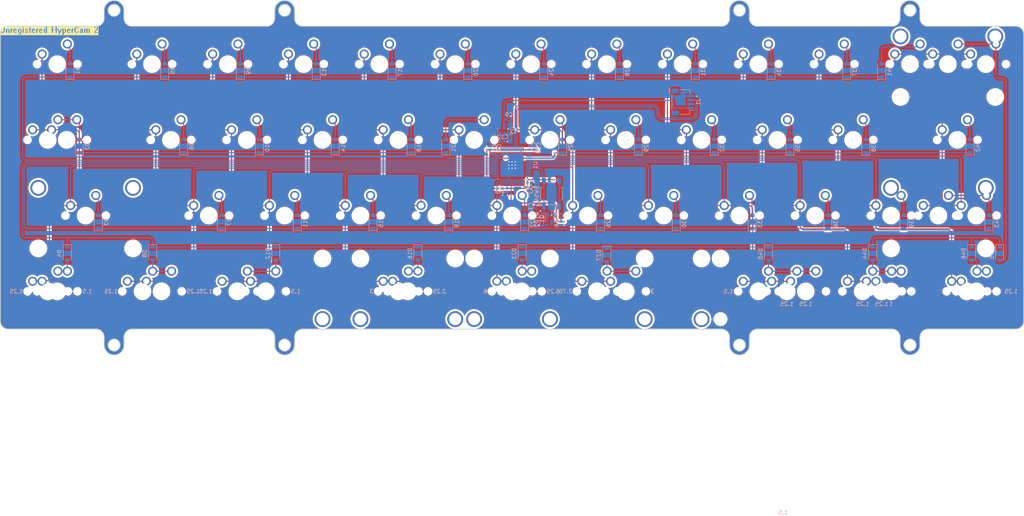
<source format=kicad_pcb>
(kicad_pcb (version 20221018) (generator pcbnew)
  (layers (0 "F.Cu" signal) (31 "B.Cu" signal) (34 "B.Paste" user) (35 "F.Paste" user) (36 "B.SilkS" user "B.Silkscreen") (37 "F.SilkS" user "F.Silkscreen") (38 "B.Mask" user) (39 "F.Mask" user) (44 "Edge.Cuts" user))
  (net 0 "")
  (net 1 "Net-(Q1-G)")
  (net 2 "Net-(D1-A)")
  (net 3 "Net-(D2-A)")
  (net 4 "Net-(D3-A)")
  (net 5 "Net-(D4-A)")
  (net 6 "Net-(D5-A)")
  (net 7 "Net-(D6-A)")
  (net 8 "Net-(D7-A)")
  (net 9 "Net-(D8-A)")
  (net 10 "Net-(D9-A)")
  (net 11 "Net-(D10-A)")
  (net 12 "Net-(D11-A)")
  (net 13 "Net-(D12-A)")
  (net 14 "Net-(D13-A)")
  (net 15 "Net-(D14-A)")
  (net 16 "Net-(D15-A)")
  (net 17 "Net-(D16-A)")
  (net 18 "Net-(D17-A)")
  (net 19 "Net-(D18-A)")
  (net 20 "Net-(D19-A)")
  (net 21 "Net-(D20-A)")
  (net 22 "Net-(D21-A)")
  (net 23 "Net-(D22-A)")
  (net 24 "Net-(D23-A)")
  (net 25 "Net-(D24-A)")
  (net 26 "Net-(D25-A)")
  (net 27 "Net-(D26-A)")
  (net 28 "Net-(D27-A)")
  (net 29 "Net-(D28-A)")
  (net 30 "Net-(D29-A)")
  (net 31 "Net-(D30-A)")
  (net 32 "Net-(D31-A)")
  (net 33 "Net-(D32-A)")
  (net 34 "Net-(D33-A)")
  (net 35 "Net-(D34-A)")
  (net 36 "Net-(D35-A)")
  (net 37 "Net-(D36-A)")
  (net 38 "Net-(D37-A)")
  (net 39 "Net-(D38-A)")
  (net 40 "Net-(D39-A)")
  (net 41 "Net-(D40-A)")
  (net 42 "Net-(D41-A)")
  (net 43 "Net-(D42-A)")
  (net 44 "Net-(D43-A)")
  (net 45 "Net-(D44-A)")
  (net 46 "Net-(D45-A)")
  (net 47 "+3V3")
  (net 48 "GND")
  (net 49 "BOOT0")
  (net 50 "Net-(D46-A)")
  (net 51 "NRST")
  (net 52 "+5V")
  (net 53 "D-")
  (net 54 "D+")
  (net 63 "c4")
  (net 64 "c3")
  (net 65 "c2")
  (net 66 "c1")
  (net 67 "c0")
  (net 68 "r2")
  (net 69 "r3")
  (net 75 "r1")
  (net 76 "r0")
  (net 79 "c11")
  (net 80 "c10")
  (net 81 "c9")
  (net 82 "c8")
  (net 83 "c7")
  (net 86 "c6")
  (net 87 "c5")
  (footprint "marbastlib-mx:SW_MX_1u" (layer "F.Cu") (at -115.014652 -39.6876)
    (fp_text reference "SW10" hide)
    (fp_text value "MX_SW_solder" hide)
  )
  (footprint "marbastlib-mx:SW_MX_1u" (layer "F.Cu") (at 56.43578 -39.6876)
    (fp_text reference "SW48" hide)
    (fp_text value "MX_SW_solder" hide)
  )
  (footprint "marbastlib-mx:SW_MX_1.25u" (layer "F.Cu") (at 30.241964 -20.637552)
    (fp_text reference "SW49" hide)
    (fp_text value "MX_SW_solder" hide)
  )
  (footprint "marbastlib-mx:SW_MX_1u" (layer "F.Cu") (at 23.098148 -77.787696)
    (fp_text reference "SW41" hide)
    (fp_text value "MX_SW_solder" hide)
  )
  (footprint "marbastlib-mx:SW_MX_1u" (layer "F.Cu") (at -17.462544 -20.637552)
    (fp_text reference "SW25" hide)
    (fp_text value "2.75" hide)
  )
  (footprint "marbastlib-mx:SW_MX_1.75u" (layer "F.Cu") (at -150.733492 -58.737648)
    (fp_text reference "SW1" hide)
    (fp_text value "MX_SW_solder" hide)
  )
  (footprint "marbastlib-mx:SW_MX_1.5u" (layer "F.Cu") (at 75.485828 -20.637552)
    (fp_text reference "SW57" hide)
    (fp_text value "MX_SW_solder" hide)
  )
  (footprint "marbastlib-mx:SW_MX_1u" (layer "F.Cu") (at -129.302188 -77.787696)
    (fp_text reference "SW8" hide)
    (fp_text value "MX_SW_solder" hide)
  )
  (footprint "marbastlib-mx:SW_MX_1.25u" (layer "F.Cu") (at 77.867084 -20.637552)
    (fp_text reference "SW60" hide)
    (fp_text value "MX_SW_solder" hide)
  )
  (footprint "marbastlib-mx:SW_MX_1.25u" (layer "F.Cu") (at 54.054524 -20.637552)
    (fp_text reference "SW55" hide)
    (fp_text value "MX_SW_solder" hide)
  )
  (footprint "marbastlib-mx:SW_MX_1.25u" (layer "F.Cu") (at 77.867084 -39.6876)
    (fp_text reference "SW59" hide)
    (fp_text value "MX_SW_solder" hide)
  )
  (footprint "marbastlib-mx:SW_MX_1u" (layer "F.Cu") (at -95.964604 -39.6876)
    (fp_text reference "SW15" hide)
    (fp_text value "MX_SW_solder" hide)
  )
  (footprint "marbastlib-mx:SW_MX_1u" (layer "F.Cu") (at -10.239388 -58.737648)
    (fp_text reference "SW36" hide)
    (fp_text value "MX_SW_solder" hide)
  )
  (footprint "marbastlib-mx:SW_MX_1u" (layer "F.Cu") (at -19.764412 -39.6876)
    (fp_text reference "SW33" hide)
    (fp_text value "MX_SW_solder" hide)
  )
  (footprint "marbastlib-mx:SW_MX_1.25u" (layer "F.Cu") (at -155.496004 -20.637552)
    (fp_text reference "SW6" hide)
    (fp_text value "MX_SW_solder" hide)
  )
  (footprint "marbastlib-mx:SW_MX_1u" (layer "F.Cu") (at -36.433204 -20.637552)
    (fp_text reference "SW30" hide)
    (fp_text value "6.25" hide)
  )
  (footprint "marbastlib-mx:SW_MX_1u" (layer "F.Cu") (at -34.051948 -77.787696)
    (fp_text reference "SW31" hide)
    (fp_text value "MX_SW_solder" hide)
  )
  (footprint "LOGO" (layer "F.Cu") (at -155.104748 -86.217696)
    (fp_text reference "G***" hide)
    (fp_text value "LOGO" hide)
  )
  (footprint "marbastlib-mx:SW_MX_1u" (layer "F.Cu") (at -67.389532 -20.637552)
    (fp_text reference "SW21" hide)
    (fp_text value "3" hide)
  )
  (footprint "marbastlib-mx:SW_MX_1.25u" (layer "F.Cu") (at -126.920932 -20.637552)
    (fp_text reference "SW7" hide)
    (fp_text value "MX_SW_solder" hide)
  )
  (footprint "marbastlib-mx:STAB_MX_6u" (layer "F.Cu") (at -38.81446 -20.637552 180)
    (fp_text reference "S5" hide)
    (fp_text value "MX_stab")
  )
  (footprint "marbastlib-mx:SW_MX_1u" (layer "F.Cu") (at -110.25214 -77.787696)
    (fp_text reference "SW13" hide)
    (fp_text value "MX_SW_solder" hide)
  )
  (footprint "marbastlib-mx:SW_MX_1u" (layer "F.Cu") (at -145.97098 -39.6876)
    (fp_text reference "SW5" hide)
    (fp_text value "MX_SW_solder" hide)
  )
  (footprint "marbastlib-mx:SW_MX_1.25u" (layer "F.Cu") (at -107.870884 -20.637552)
    (fp_text reference "SW16" hide)
    (fp_text value "MX_SW_solder" hide)
  )
  (footprint "marbastlib-mx:SW_MX_1u" (layer "F.Cu") (at -57.864508 -39.6876)
    (fp_text reference "SW24" hide)
    (fp_text value "MX_SW_solder" hide)
  )
  (footprint "marbastlib-mx:SW_MX_1u" (layer "F.Cu") (at -67.389532 -58.737648)
    (fp_text reference "SW23" hide)
    (fp_text value "MX_SW_solder" hide)
  )
  (footprint "marbastlib-mx:SW_MX_1u" (layer "F.Cu") (at 42.148244 -77.787696)
    (fp_text reference "SW46" hide)
    (fp_text value "MX_SW_solder" hide)
  )
  (footprint "marbastlib-mx:STAB_MX_P_2.25u" (layer "F.Cu") (at -145.97098 -39.6876)
    (fp_text reference "S2" hide)
    (fp_text value "MX_stab")
  )
  (footprint "marbastlib-mx:SW_MX_1u" (layer "F.Cu") (at -53.101996 -77.787696)
    (fp_text reference "SW26" hide)
    (fp_text value "MX_SW_solder" hide)
  )
  (footprint "marbastlib-mx:STAB_MX_P_2.75u" (layer "F.Cu") (at -17.383156 -20.637552 180)
    (fp_text reference "S8" hide)
    (fp_text value "MX_stab")
  )
  (footprint "marbastlib-mx:SW_MX_1u" (layer "F.Cu") (at -10.239388 -20.637552)
    (fp_text reference "SW29" hide)
    (fp_text value "3" hide)
  )
  (footprint "marbastlib-mx:SW_MX_1u" (layer "F.Cu") (at 37.385732 -39.6876)
    (fp_text reference "SW43" hide)
    (fp_text value "MX_SW_solder" hide)
  )
  (footprint "marbastlib-mx:SW_MX_1u" (layer "F.Cu") (at -0.714364 -39.6876)
    (fp_text reference "SW37" hide)
    (fp_text value "MX_SW_solder" hide)
  )
  (footprint "marbastlib-mx:SW_MX_1.25u" (layer "F.Cu") (at 49.292012 -20.637552)
    (fp_text reference "SW50" hide)
    (fp_text value "MX_SW_solder" hide)
  )
  (footprint "marbastlib-mx:SW_MX_1.5u" (layer "F.Cu") (at -153.114748 -20.637552)
    (fp_text reference "SW2" hide)
    (fp_text value "MX_SW_solder" hide)
  )
  (footprint "marbastlib-mx:SW_MX_1u" (layer "F.Cu") (at 70.723316 -77.787696)
    (fp_text reference "SW56" hide)
    (fp_text value "MX_SW_solder" hide)
  )
  (footprint "marbastlib-mx:SW_MX_1u" (layer "F.Cu") (at 46.910756 -58.737648)
    (fp_text reference "SW47" hide)
    (fp_text value "MX_SW_solder" hide)
  )
  (footprint "marbastlib-mx:SW_MX_1u" (layer "F.Cu") (at -15.0019 -77.787696)
    (fp_text reference "SW35" hide)
    (fp_text value "MX_SW_solder" hide)
  )
  (footprint "marbastlib-mx:STAB_MX_P_2.25u" (layer "F.Cu") (at -65.008276 -20.637552 180)
    (fp_text reference "S4" hide)
    (fp_text value "MX_stab")
  )
  (footprint "marbastlib-mx:SW_MX_1u" (layer "F.Cu") (at 27.860708 -58.737648)
    (fp_text reference "SW42" hide)
    (fp_text value "MX_SW_solder" hide)
  )
  (footprint "marbastlib-mx:SW_MX_1u" (layer "F.Cu") (at -29.289436 -58.737648)
    (fp_text reference "SW32" hide)
    (fp_text value "MX_SW_solder" hide)
  )
  (footprint "marbastlib-mx:SW_MX_1u" (layer "F.Cu") (at -86.43958 -58.737648)
    (fp_text reference "SW19" hide)
    (fp_text value "MX_SW_solder" hide)
  )
  (footprint "marbastlib-mx:SW_MX_1.75u_stp" (layer "F.Cu") (at -155.495992 -58.737648)
    (fp_text reference "SW4" hide)
    (fp_text value "MX_SW_solder" hide)
  )
  (footprint "marbastlib-mx:SW_MX_1u" (layer "F.Cu") (at 18.335684 -39.6876)
    (fp_text reference "SW40" hide)
    (fp_text value "MX_SW_solder" hide)
  )
  (footprint "marbastlib-mx:SW_MX_1u" (layer "F.Cu") (at -124.539676 -58.737648)
    (fp_text reference "SW9" hide)
    (fp_text value "MX_SW_solder" hide)
  )
  (footprint "marbastlib-mx:SW_MX_1u" (layer "F.Cu") (at 61.198292 -77.787696)
    (fp_text reference "SW52" hide)
    (fp_text value "MX_SW_solder" hide)
  )
  (footprint "marbastlib-mx:STAB_MX_P_3u" (layer "F.Cu") (at -10.239388 -20.637552 180)
    (fp_text reference "S7" hide)
    (fp_text value "MX_stab")
  )
  (footprint "marbastlib-mx:SW_MX_1.5u" (layer "F.Cu") (at -100.727116 -20.637552)
    (fp_text reference "SW12" hide)
    (fp_text value "MX_SW_solder" hide)
  )
  (footprint "marbastlib-mx:STAB_MX_6.25u" (layer "F.Cu") (at -36.433204 -20.637552 180)
    (fp_text reference "S6" hide)
    (fp_text value "MX_stab")
  )
  (footprint "marbastlib-mx:SW_MX_1u" (layer "F.Cu") (at 68.34206 -39.6876)
    (fp_text reference "SW61" hide)
    (fp_text value "MX_SW_solder" hide)
  )
  (footprint "marbastlib-mx:SW_MX_1u" (layer "F.Cu") (at 56.43578 -20.637552)
    (fp_text reference "SW51" hide)
    (fp_text value "MX_SW_solder" hide)
  )
  (footprint "marbastlib-mx:SW_MX_1u" (layer "F.Cu") (at -38.81446 -20.637552)
    (fp_text reference "SW34" hide)
    (fp_text value "6u" hide)
  )
  (footprint "marbastlib-mx:SW_MX_1u" (layer "F.Cu") (at 8.81066 -58.737648)
    (fp_text reference "SW39" hide)
    (fp_text value "MX_SW_solder" hide)
  )
  (footprint "marbastlib-mx:SW_MX_1.75u" (layer "F.Cu") (at 73.104572 -58.737648)
    (fp_text reference "SW53" hide)
    (fp_text value "MX_SW_solder" hide)
  )
  (footprint "marbastlib-mx:SW_MX_1u" (layer "F.Cu") (at -48.339484 -58.737648)
    (fp_text reference "SW27" hide)
    (fp_text value "MX_SW_solder" hide)
  )
  (footprint "marbastlib-mx:STAB_MX_P_2u" (layer "F.Cu") (at 70.723316 -77.787696)
    (fp_text reference "S1" hide)
    (fp_text value "MX_stab")
  )
  (footprint "marbastlib-mx:SW_MX_1u" (layer "F.Cu") (at -72.152044 -77.787696)
    (fp_text reference "SW22" hide)
    (fp_text value "MX_SW_solder" hide)
  )
  (footprint "marbastlib-mx:SW_MX_1u" (layer "F.Cu") (at -76.914556 -39.6876)
    (fp_text reference "SW20" hide)
    (fp_text value "MX_SW_solder" hide)
  )
  (footprint "marbastlib-mx:SW_MX_1.25u" (layer "F.Cu") (at 35.004476 -20.637552)
    (fp_text reference "SW45" hide)
    (fp_text value "MX_SW_solder" hide)
  )
  (footprint "marbastlib-mx:SW_MX_1u" (layer "F.Cu") (at 4.048148 -77.787696)
    (fp_text reference "SW38" hide)
    (fp_text value "MX_SW_solder" hide)
  )
  (footprint "marbastlib-mx:SW_MX_1.5u" (layer "F.Cu") (at 23.098196 -20.637552)
    (fp_text reference "SW44" hide)
    (fp_text value "MX_SW_solder" hide)
  )
  (footprint "marbastlib-mx:SW_MX_1u" (layer "F.Cu") (at -38.81446 -39.6876)
    (fp_text reference "SW28" hide)
    (fp_text value "MX_SW_solder" hide)
  )
  (footprint "marbastlib-mx:SW_MX_1u" (layer "F.Cu") (at -65.008276 -20.637552)
    (fp_text reference "SW17" hide)
    (fp_text value "2.25" hide)
  )
  (footprint "marbastlib-mx:SW_MX_1u" (layer "F.Cu") (at -91.202092 -77.787696)
    (fp_text reference "SW18" hide)
    (fp_text value "MX_SW_solder" hide)
  )
  (footprint "marbastlib-mx:SW_MX_1u" (layer "F.Cu") (at -105.489628 -58.737648)
    (fp_text reference "SW14" hide)
    (fp_text value "MX_SW_solder" hide)
  )
  (footprint "marbastlib-mx:STAB_MX_P_2.25u" (layer "F.Cu") (at 68.34206 -39.6876)
    (fp_text reference "S9" hide)
    (fp_text value "MX_stab")
  )
  (footprint "marbastlib-mx:SW_MX_1.5u" (layer "F.Cu") (at -153.114748 -77.787696)
    (fp_text reference "SW3" hide)
    (fp_text value "MX_SW_solder" hide)
  )
  (footprint "marbastlib-mx:STAB_MX_P_3u" (layer "F.Cu") (at -67.389532 -20.637552 180)
    (fp_text reference "S3" hide)
    (fp_text value "MX_stab")
  )
  (footprint "marbastlib-mx:SW_MX_1.25u" (layer "F.Cu") (at -131.683444 -20.637552)
    (fp_text reference "SW11" hide)
    (fp_text value "MX_SW_solder" hide)
  )
  (footprint "marbastlib-mx:SW_MX_1u" (layer "F.Cu") (at 80.24834 -77.787696)
    (fp_text reference "SW58" hide)
    (fp_text value "MX_SW_solder" hide)
  )
  (footprint "Diode_SMD:D_SOD-123" (layer "B.Cu") (at 21.510692 -38.100096 90)
    (fp_text reference "D33")
    (fp_text value "D_Small")
  )
  (footprint "Capacitor_SMD:C_0402_1005Metric" (layer "B.Cu") (at -41.195716 -58.340772 180)
    (fp_text reference "C12")
    (fp_text value "1uF")
  )
  (footprint "Diode_SMD:D_SOD-123" (layer "B.Cu") (at -88.027084 -76.200192 90)
    (fp_text reference "D13")
    (fp_text value "D_Small")
  )
  (footprint "Diode_SMD:D_SOD-123" (layer "B.Cu") (at -142.795972 -38.100096 90)
    (fp_text reference "D3")
    (fp_text value "D_Small")
  )
  (footprint "Diode_SMD:D_SOD-123" (layer "B.Cu") (at 51.832012 -30.162696 -90)
    (fp_text reference "D44")
    (fp_text value "D_Small")
  )
  (footprint "Diode_SMD:D_SOD-123" (layer "B.Cu") (at -35.639452 -38.100096 90)
    (fp_text reference "D22")
    (fp_text value "D_Small")
  )
  (footprint "Package_TO_SOT_SMD:SOT-23" (layer "B.Cu") (at -40.79884 -61.118904 90)
    (fp_text reference "U2")
    (fp_text value "XC6206PxxxMR")
  )
  (footprint "Diode_SMD:D_SOD-123" (layer "B.Cu") (at -149.93974 -76.200192 90)
    (fp_text reference "D1")
    (fp_text value "D_Small")
  )
  (footprint "Diode_SMD:D_SOD-123" (layer "B.Cu") (at -150.574748 -30.162576 -90)
    (fp_text reference "D4")
    (fp_text value "D_Small")
  )
  (footprint "Capacitor_SMD:C_0402_1005Metric" (layer "B.Cu") (at -33.258196 -56.753268 90)
    (fp_text reference "C10")
    (fp_text value "4.7uF")
  )
  (footprint "Capacitor_SMD:C_0402_1005Metric" (layer "B.Cu") (at -34.448824 -48.021996)
    (fp_text reference "C1")
    (fp_text value "100nF")
  )
  (footprint "Diode_SMD:D_SOD-123" (layer "B.Cu") (at -7.06438 -57.150144 90)
    (fp_text reference "D29")
    (fp_text value "D_Small")
  )
  (footprint "Diode_SMD:D_SOD-123" (layer "B.Cu") (at 26.273204 -76.200192 90)
    (fp_text reference "D34")
    (fp_text value "D_Small")
  )
  (footprint "Capacitor_SMD:C_0402_1005Metric" (layer "B.Cu") (at -40.005088 -46.037616 -90)
    (fp_text reference "C4")
    (fp_text value "100nF")
  )
  (footprint "Diode_SMD:D_SOD-123" (layer "B.Cu") (at -26.114428 -57.150144 90)
    (fp_text reference "D25")
    (fp_text value "D_Small")
  )
  (footprint "Capacitor_SMD:C_0402_1005Metric" (layer "B.Cu") (at -34.448824 -56.753268 90)
    (fp_text reference "C11")
    (fp_text value "1uF")
  )
  (footprint "Diode_SMD:D_SOD-123" (layer "B.Cu") (at -102.31462 -57.150144 90)
    (fp_text reference "D10")
    (fp_text value "D_Small")
  )
  (footprint "Capacitor_SMD:C_0402_1005Metric" (layer "B.Cu") (at -34.448824 -46.914492)
    (fp_text reference "C2")
    (fp_text value "100nF")
  )
  (footprint "Diode_SMD:D_SOD-123" (layer "B.Cu") (at 76.676456 -30.162576 -90)
    (fp_text reference "D46")
    (fp_text value "D_Small")
  )
  (footprint "Button_Switch_SMD:SW_SPST_TL3342" (layer "B.Cu") (at -28.89256 -45.243864 -90)
    (fp_text reference "SW54")
    (fp_text value "SW_Push")
  )
  (footprint "Diode_SMD:D_SOD-123" (layer "B.Cu") (at -98.187116 -30.162576 -90)
    (fp_text reference "D12")
    (fp_text value "D_Small")
  )
  (footprint "Capacitor_SMD:C_0402_1005Metric" (layer "B.Cu") (at -41.195716 -46.037616 -90)
    (fp_text reference "C5")
    (fp_text value "100nF")
  )
  (footprint "Diode_SMD:D_SOD-123" (layer "B.Cu") (at -49.926988 -76.200192 90)
    (fp_text reference "D20")
    (fp_text value "D_Small")
  )
  (footprint "Diode_SMD:D_SOD-123" (layer "B.Cu") (at 31.035716 -57.150144 90)
    (fp_text reference "D35")
    (fp_text value "D_Small")
  )
  (footprint "Capacitor_SMD:C_0402_1005Metric" (layer "B.Cu") (at -32.86132 -42.068856 -90)
    (fp_text reference "C3")
    (fp_text value "4.7uF")
  )
  (footprint "Capacitor_SMD:C_0402_1005Metric" (layer "B.Cu") (at -39.608212 -63.897036 180)
    (fp_text reference "C9")
    (fp_text value "1uF")
  )
  (footprint "Diode_SMD:D_SOD-123" (layer "B.Cu") (at 45.323252 -76.200192 90)
    (fp_text reference "D37")
    (fp_text value "D_Small")
  )
  (footprint "Diode_SMD:D_SOD-123" (layer "B.Cu") (at -15.002248 -29.7657 -90)
    (fp_text reference "D27")
    (fp_text value "D_Small")
  )
  (footprint "Diode_SMD:D_SOD-123" (layer "B.Cu") (at -64.214524 -57.150144 90)
    (fp_text reference "D18")
    (fp_text value "D_Small")
  )
  (footprint "Diode_SMD:D_SOD-123" (layer "B.Cu") (at 50.085764 -57.150144 90)
    (fp_text reference "D38")
    (fp_text value "D_Small")
  )
  (footprint "Connector_JST:JST_SH_SM04B-SRSS-TB_1x04-1MP_P1.00mm_Horizontal" (layer "B.Cu") (at 4.048148 -68.262672 90)
    (fp_text reference "J1")
    (fp_text value "DB")
  )
  (footprint "Diode_SMD:D_SOD-123" (layer "B.Cu") (at -83.264572 -57.150144 90)
    (fp_text reference "D14")
    (fp_text value "D_Small")
  )
  (footprint "Resistor_SMD:R_0402_1005Metric" (layer "B.Cu") (at -26.511304 -39.6876 -90)
    (fp_text reference "R3")
    (fp_text value "10k")
  )
  (footprint "Resistor_SMD:R_0402_1005Metric" (layer "B.Cu") (at -31.273816 -37.70322 -90)
    (fp_text reference "R2")
    (fp_text value "100k")
  )
  (footprint "Diode_SMD:D_SOD-123" (layer "B.Cu") (at -92.789596 -38.100096 90)
    (fp_text reference "D11")
    (fp_text value "D_Small")
  )
  (footprint "Package_TO_SOT_SMD:SOT-23" (layer "B.Cu") (at -28.89256 -38.893848 -90)
    (fp_text reference "Q1")
    (fp_text value "2N7002")
  )
  (footprint "Diode_SMD:D_SOD-123" (layer "B.Cu") (at -36.27446 -30.162576 -90)
    (fp_text reference "D23")
    (fp_text value "D_Small")
  )
  (footprint "Diode_SMD:D_SOD-123" (layer "B.Cu") (at -54.6895 -38.100096 90)
    (fp_text reference "D19")
    (fp_text value "D_Small")
  )
  (footprint "Diode_SMD:D_SOD-123" (layer "B.Cu") (at 7.223156 -76.200192 90)
    (fp_text reference "D31")
    (fp_text value "D_Small")
  )
  (footprint "Diode_SMD:D_SOD-123" (layer "B.Cu") (at 25.638196 -30.10008 -90)
    (fp_text reference "D40")
    (fp_text value "D_Small")
  )
  (footprint "Diode_SMD:D_SOD-123" (layer "B.Cu") (at -129.143444 -30.162576 -90)
    (fp_text reference "D8")
    (fp_text value "D_Small")
  )
  (footprint "Diode_SMD:D_SOD-123" (layer "B.Cu") (at 54.054524 -76.200192 90)
    (fp_text reference "D41")
    (fp_text value "D_Small")
  )
  (footprint "Diode_SMD:D_SOD-123" (layer "B.Cu") (at 2.460644 -38.100096 90)
    (fp_text reference "D30")
    (fp_text value "D_Small")
  )
  (footprint "Diode_SMD:D_SOD-123" (layer "B.Cu") (at 11.985668 -57.150144 90)
    (fp_text reference "D32")
    (fp_text value "D_Small")
  )
  (footprint "Diode_SMD:D_SOD-123" (layer "B.Cu") (at -147.558484 -57.150144 90)
    (fp_text reference "D2")
    (fp_text value "D_Small")
  )
  (footprint "Diode_SMD:D_SOD-123" (layer "B.Cu") (at -121.364668 -57.150144 90)
    (fp_text reference "D6")
    (fp_text value "D_Small")
  )
  (footprint "Capacitor_SMD:C_0402_1005Metric" (layer "B.Cu") (at -43.180096 -56.753268 90)
    (fp_text reference "C7")
    (fp_text value "10nF")
  )
  (footprint "Diode_SMD:D_SOD-123" (layer "B.Cu") (at 76.27958 -57.150144 90)
    (fp_text reference "D42")
    (fp_text value "D_Small")
  )
  (footprint "Capacitor_SMD:C_0402_1005Metric" (layer "B.Cu") (at -44.370724 -56.753268 90)
    (fp_text reference "C8")
    (fp_text value "4.7uF")
  )
  (footprint "Resistor_SMD:R_0402_1005Metric" (layer "B.Cu") (at -31.273816 -39.6876 -90)
    (fp_text reference "R1")
    (fp_text value "10k")
  )
  (footprint "Diode_SMD:D_SOD-123" (layer "B.Cu") (at 59.610788 -38.100096 90)
    (fp_text reference "D39")
    (fp_text value "D_Small")
  )
  (footprint "Diode_SMD:D_SOD-123" (layer "B.Cu") (at 81.042092 -38.100096 90)
    (fp_text reference "D43")
    (fp_text value "D_Small")
  )
  (footprint "Diode_SMD:D_SOD-123" (layer "B.Cu") (at -30.87694 -76.200192 90)
    (fp_text reference "D24")
    (fp_text value "D_Small")
  )
  (footprint "Diode_SMD:D_SOD-123" (layer "B.Cu") (at -111.839644 -38.100096 90)
    (fp_text reference "D7")
    (fp_text value "D_Small")
  )
  (footprint "Diode_SMD:D_SOD-123" (layer "B.Cu") (at -73.739548 -38.100096 90)
    (fp_text reference "D15")
    (fp_text value "D_Small")
  )
  (footprint "Diode_SMD:D_SOD-123" (layer "B.Cu") (at -11.826892 -76.200192 90)
    (fp_text reference "D28")
    (fp_text value "D_Small")
  )
  (footprint "Capacitor_SMD:C_0402_1005Metric" (layer "B.Cu") (at -26.511304 -37.70322 -90)
    (fp_text reference "C6")
    (fp_text value "1uF")
  )
  (footprint "Diode_SMD:D_SOD-123" (layer "B.Cu") (at -68.977036 -76.200192 90)
    (fp_text reference "D17")
    (fp_text value "D_Small")
  )
  (footprint "Diode_SMD:D_SOD-123" (layer "B.Cu") (at 83.740836 -30.162576 -90)
    (fp_text reference "D45")
    (fp_text value "D_Small")
  )
  (footprint "Package_QFP:LQFP-48_7x7mm_P0.5mm" (layer "B.Cu") (at -38.81446 -52.387632 90)
    (fp_text reference "U1")
    (fp_text value "STM32F072C8Tx")
  )
  (footprint "Diode_SMD:D_SOD-123" (layer "B.Cu") (at -55.483252 -57.150144 90)
    (fp_text reference "D21")
    (fp_text value "D_Small")
  )
  (footprint "Diode_SMD:D_SOD-123" (layer "B.Cu") (at -126.12718 -76.200192 90)
    (fp_text reference "D5")
    (fp_text value "D_Small")
  )
  (footprint "Diode_SMD:D_SOD-123" (layer "B.Cu") (at 40.56074 -38.100096 90)
    (fp_text reference "D36")
    (fp_text value "D_Small")
  )
  (footprint "Diode_SMD:D_SOD-123" (layer "B.Cu") (at -62.468276 -30.162696 -90)
    (fp_text reference "D16")
    (fp_text value "D_Small")
  )
  (footprint "Diode_SMD:D_SOD-123" (layer "B.Cu") (at -16.589404 -38.100096 90)
    (fp_text reference "D26")
    (fp_text value "D_Small")
  )
  (footprint "Diode_SMD:D_SOD-123" (layer "B.Cu") (at -107.077132 -76.200192 90)
    (fp_text reference "D9")
    (fp_text value "D_Small")
  )
  (gr_arc (start 20.835252 -9.128321) (mid 21.421039 -10.542533) (end 22.835252 -11.128321) (stroke (width 0.2)) (layer "Edge.Cuts"))
  (gr_arc (start -165.402248 -11.128321) (mid -166.816462 -11.714107) (end -167.402248 -13.128321) (stroke (width 0.2)) (layer "Edge.Cuts"))
  (gr_line (start 56.697752 -87.328321) (end 22.835252 -87.328321) (stroke (width 0.2)) (layer "Edge.Cuts"))
  (gr_arc (start -91.464748 -87.328321) (mid -92.878962 -87.914107) (end -93.464748 -89.328321) (stroke (width 0.2)) (layer "Edge.Cuts"))
  (gr_line (start 89.772752 -13.128321) (end 89.772752 -85.328321) (stroke (width 0.2)) (layer "Edge.Cuts"))
  (gr_line (start -134.327248 -11.128321) (end -100.464748 -11.128321) (stroke (width 0.2)) (layer "Edge.Cuts"))
  (gr_line (start 20.835252 -89.328321) (end 20.835252 -91.328321) (stroke (width 0.2)) (layer "Edge.Cuts"))
  (gr_line (start -165.402248 -11.128321) (end -143.327248 -11.128321) (stroke (width 0.2)) (layer "Edge.Cuts"))
  (gr_circle (center -95.964748 -91.328321) (end -94.464748 -91.328321) (stroke (width 0.2)) (fill none) (layer "Edge.Cuts"))
  (gr_line (start -136.327248 -89.328321) (end -136.327248 -91.328321) (stroke (width 0.2)) (layer "Edge.Cuts"))
  (gr_arc (start 65.697752 -87.328321) (mid 64.283581 -87.914126) (end 63.697752 -89.328321) (stroke (width 0.2)) (layer "Edge.Cuts"))
  (gr_line (start -93.464748 -7.128321) (end -93.464748 -9.128321) (stroke (width 0.2)) (layer "Edge.Cuts"))
  (gr_line (start -98.464748 -91.328321) (end -98.464748 -89.328321) (stroke (width 0.2)) (layer "Edge.Cuts"))
  (gr_arc (start -143.327248 -11.128321) (mid -141.913034 -10.542535) (end -141.327248 -9.128321) (stroke (width 0.2)) (layer "Edge.Cuts"))
  (gr_arc (start 20.835252 -7.128321) (mid 18.335252 -4.628321) (end 15.835252 -7.128321) (stroke (width 0.2)) (layer "Edge.Cuts"))
  (gr_arc (start -93.464748 -9.128321) (mid -92.878962 -10.542535) (end -91.464748 -11.128321) (stroke (width 0.2)) (layer "Edge.Cuts"))
  (gr_arc (start -93.464748 -7.128321) (mid -95.964748 -4.628321) (end -98.464748 -7.128321) (stroke (width 0.2)) (layer "Edge.Cuts"))
  (gr_line (start 20.835252 -7.128321) (end 20.835252 -9.128321) (stroke (width 0.2)) (layer "Edge.Cuts"))
  (gr_arc (start 89.772752 -13.128321) (mid 89.186974 -11.714104) (end 87.772752 -11.128321) (stroke (width 0.2)) (layer "Edge.Cuts"))
  (gr_line (start -143.327248 -87.328321) (end -165.402248 -87.328321) (stroke (width 0.2)) (layer "Edge.Cuts"))
  (gr_arc (start 63.697752 -7.128321) (mid 61.197752 -4.628321) (end 58.697752 -7.128321) (stroke (width 0.2)) (layer "Edge.Cuts"))
  (gr_line (start 58.697752 -91.328321) (end 58.697752 -89.328321) (stroke (width 0.2)) (layer "Edge.Cuts"))
  (gr_line (start 22.835252 -11.128321) (end 56.697752 -11.128321) (stroke (width 0.2)) (layer "Edge.Cuts"))
  (gr_arc (start 58.697752 -91.328321) (mid 61.197752 -93.828321) (end 63.697752 -91.328321) (stroke (width 0.2)) (layer "Edge.Cuts"))
  (gr_arc (start -98.464748 -89.328321) (mid -99.050534 -87.914107) (end -100.464748 -87.328321) (stroke (width 0.2)) (layer "Edge.Cuts"))
  (gr_line (start -93.464748 -89.328321) (end -93.464748 -91.328321) (stroke (width 0.2)) (layer "Edge.Cuts"))
  (gr_arc (start -167.402248 -85.328321) (mid -166.816462 -86.742535) (end -165.402248 -87.328321) (stroke (width 0.2)) (layer "Edge.Cuts"))
  (gr_circle (center 61.197752 -7.128321) (end 62.697752 -7.128321) (stroke (width 0.2)) (fill none) (layer "Edge.Cuts"))
  (gr_circle (center 18.335252 -91.328321) (end 19.835252 -91.328321) (stroke (width 0.2)) (fill none) (layer "Edge.Cuts"))
  (gr_line (start 87.772752 -87.328321) (end 65.697752 -87.328321) (stroke (width 0.2)) (layer "Edge.Cuts"))
  (gr_arc (start 63.697752 -9.128321) (mid 64.283547 -10.542531) (end 65.697752 -11.128321) (stroke (width 0.2)) (layer "Edge.Cuts"))
  (gr_arc (start 56.697752 -11.128321) (mid 58.112008 -10.542553) (end 58.697752 -9.128321) (stroke (width 0.2)) (layer "Edge.Cuts"))
  (gr_line (start -91.464748 -11.128321) (end 13.835252 -11.128321) (stroke (width 0.2)) (layer "Edge.Cuts"))
  (gr_line (start -141.327248 -91.328321) (end -141.327248 -89.328321) (stroke (width 0.2)) (layer "Edge.Cuts"))
  (gr_arc (start -134.327248 -87.328321) (mid -135.741462 -87.914107) (end -136.327248 -89.328321) (stroke (width 0.2)) (layer "Edge.Cuts"))
  (gr_circle (center -138.827248 -7.128321) (end -137.327248 -7.128321) (stroke (width 0.2)) (fill none) (layer "Edge.Cuts"))
  (gr_line (start 58.697752 -9.128321) (end 58.697752 -7.128321) (stroke (width 0.2)) (layer "Edge.Cuts"))
  (gr_arc (start -136.327248 -9.128321) (mid -135.741462 -10.542535) (end -134.327248 -11.128321) (stroke (width 0.2)) (layer "Edge.Cuts"))
  (gr_arc (start 22.835252 -87.328321) (mid 21.421038 -87.914107) (end 20.835252 -89.328321) (stroke (width 0.2)) (layer "Edge.Cuts"))
  (gr_line (start 15.835252 -91.328321) (end 15.835252 -89.328321) (stroke (width 0.2)) (layer "Edge.Cuts"))
  (gr_arc (start -100.464748 -11.128321) (mid -99.050534 -10.542535) (end -98.464748 -9.128321) (stroke (width 0.2)) (layer "Edge.Cuts"))
  (gr_arc (start -141.327248 -89.328321) (mid -141.913034 -87.914107) (end -143.327248 -87.328321) (stroke (width 0.2)) (layer "Edge.Cuts"))
  (gr_circle (center 18.335252 -7.128321) (end 19.835252 -7.128321) (stroke (width 0.2)) (fill none) (layer "Edge.Cuts"))
  (gr_line (start -136.327248 -7.128321) (end -136.327248 -9.128321) (stroke (width 0.2)) (layer "Edge.Cuts"))
  (gr_circle (center -138.827248 -91.328321) (end -137.327248 -91.328321) (stroke (width 0.2)) (fill none) (layer "Edge.Cuts"))
  (gr_arc (start 58.697752 -89.328321) (mid 58.111974 -87.914104) (end 56.697752 -87.328321) (stroke (width 0.2)) (layer "Edge.Cuts"))
  (gr_arc (start -141.327248 -91.328321) (mid -138.827248 -93.828321) (end -136.327248 -91.328321) (stroke (width 0.2)) (layer "Edge.Cuts"))
  (gr_line (start -167.402248 -85.328321) (end -167.402248 -13.128321) (stroke (width 0.2)) (layer "Edge.Cuts"))
  (gr_line (start 13.835252 -87.328321) (end -91.464748 -87.328321) (stroke (width 0.2)) (layer "Edge.Cuts"))
  (gr_arc (start 15.835252 -89.328321) (mid 15.249466 -87.914105) (end 13.835252 -87.328321) (stroke (width 0.2)) (layer "Edge.Cuts"))
  (gr_arc (start 13.835252 -11.128321) (mid 15.249465 -10.542534) (end 15.835252 -9.128321) (stroke (width 0.2)) (layer "Edge.Cuts"))
  (gr_arc (start 87.772752 -87.328321) (mid 89.187008 -86.742553) (end 89.772752 -85.328321) (stroke (width 0.2)) (layer "Edge.Cuts"))
  (gr_line (start -98.464748 -9.128321) (end -98.464748 -7.128321) (stroke (width 0.2)) (layer "Edge.Cuts"))
  (gr_line (start -100.464748 -87.328321) (end -134.327248 -87.328321) (stroke (width 0.2)) (layer "Edge.Cuts"))
  (gr_arc (start 15.835252 -91.328321) (mid 18.335252 -93.828321) (end 20.835252 -91.328321) (stroke (width 0.2)) (layer "Edge.Cuts"))
  (gr_circle (center 61.197752 -91.328321) (end 62.697752 -91.328321) (stroke (width 0.2)) (fill none) (layer "Edge.Cuts"))
  (gr_line (start 63.697752 -89.328321) (end 63.697752 -91.328321) (stroke (width 0.2)) (layer "Edge.Cuts"))
  (gr_arc (start -98.464748 -91.328321) (mid -95.964748 -93.828321) (end -93.464748 -91.328321) (stroke (width 0.2)) (layer "Edge.Cuts"))
  (gr_line (start -141.327248 -9.128321) (end -141.327248 -7.128321) (stroke (width 0.2)) (layer "Edge.Cuts"))
  (gr_line (start 63.697752 -7.128321) (end 63.697752 -9.128321) (stroke (width 0.2)) (layer "Edge.Cuts"))
  (gr_line (start 15.835252 -9.128321) (end 15.835252 -7.128321) (stroke (width 0.2)) (layer "Edge.Cuts"))
  (gr_line (start 65.697752 -11.128321) (end 87.772752 -11.128321) (stroke (width 0.2)) (layer "Edge.Cuts"))
  (gr_arc (start -136.327248 -7.128321) (mid -138.827248 -4.628321) (end -141.327248 -7.128321) (stroke (width 0.2)) (layer "Edge.Cuts"))
  (gr_circle (center -95.964748 -7.128321) (end -94.464748 -7.128321) (stroke (width 0.2)) (fill none) (layer "Edge.Cuts"))
  (gr_text "1.25" (at 35.004476 -17.462544) (layer "B.SilkS") (effects (font (size 1 1)) (justify mirror)))
  (gr_text "2.25" (at -57.070756 -20.637552) (layer "B.SilkS") (effects (font (size 1 1)) (justify mirror)))
  (gr_text "1.25" (at 54.054524 -17.462544) (layer "B.SilkS") (effects (font (size 1 1)) (justify mirror)))
  (gr_text "1.5" (at -145.574104 -20.637552) (layer "B.SilkS") (effects (font (size 1 1)) (justify mirror)))
  (gr_text "1.5" (at 29.280554 34.995557) (layer "B.SilkS") (effects (font (size 1 1)) (justify mirror)))
  (gr_text "1.25" (at 30.241964 -17.462544) (layer "B.SilkS") (effects (font (size 1 1)) (justify mirror)))
  (gr_text "3" (at -74.136424 -20.637552) (layer "B.SilkS") (effects (font (size 1 1)) (justify mirror)))
  (gr_text "1.25" (at -118.983412 -20.637552) (layer "B.SilkS") (effects (font (size 1 1)) (justify mirror)))
  (gr_text "1.25" (at 86.597752 -20.637552) (layer "B.SilkS") (effects (font (size 1 1)) (justify mirror)))
  (gr_text "1.25" (at -139.620964 -20.637552) (layer "B.SilkS") (effects (font (size 1 1)) (justify mirror)))
  (gr_text "1.25" (at 49.292012 -17.462544) (layer "B.SilkS") (effects (font (size 1 1)) (justify mirror)))
  (gr_text "1" (at 56.43578 -17.462544) (layer "B.SilkS") (effects (font (size 1 1)) (justify mirror)))
  (gr_text "1.25" (at -115.808404 -20.637552) (layer "B.SilkS") (effects (font (size 1 1)) (justify mirror)))
  (gr_text "1.5" (at -93.186472 -20.637552) (layer "B.SilkS") (effects (font (size 1 1)) (justify mirror)))
  (gr_text "2.75" (at -25.320676 -20.637552) (layer "B.SilkS") (effects (font (size 1 1)) (justify mirror)))
  (gr_text "6" (at -45.561352 -20.637552) (layer "B.SilkS") (effects (font (size 1 1)) (justify mirror)))
  (gr_text "1.5" (at 15.557552 -20.637552) (layer "B.SilkS") (effects (font (size 1 1)) (justify mirror)))
  (gr_text "6.25" (at -28.495684 -20.637552) (layer "B.SilkS") (effects (font (size 1 1)) (justify mirror)))
  (gr_text "3" (at -3.492496 -20.637552) (layer "B.SilkS") (effects (font (size 1 1)) (justify mirror)))
  (gr_text "1.25" (at -163.433524 -20.637552) (layer "B.SilkS") (effects (font (size 1 1)) (justify mirror)))
  (segment (start -31.273816 -38.21322) (end -31.984459 -38.21322) (width 0.25) (layer "B.Cu") (net 1))
  (segment (start -32.484459 -40.797781) (end -32.484459 -38.71322) (width 0.25) (layer "B.Cu") (net 1))
  (segment (start -29.84256 -38.71322) (end -29.84256 -39.831348) (width 0.25) (layer "B.Cu") (net 1))
  (segment (start -31.273816 -38.21322) (end -30.34256 -38.21322) (width 0.25) (layer "B.Cu") (net 1))
  (segment (start -32.777352 -41.504888) (end -32.86132 -41.588856) (width 0.25) (layer "B.Cu") (net 1))
  (arc (start -32.484459 -40.797781) (mid -32.560579 -41.180464) (end -32.777352 -41.504888) (width 0.25) (layer "B.Cu") (net 1))
  (arc (start -29.84256 -38.71322) (mid -29.989007 -38.359667) (end -30.34256 -38.21322) (width 0.25) (layer "B.Cu") (net 1))
  (arc (start -32.484459 -38.71322) (mid -32.338012 -38.359667) (end -31.984459 -38.21322) (width 0.25) (layer "B.Cu") (net 1))
  (segment (start -149.93974 -77.850192) (end -149.93974 -82.232688) (width 0.25) (layer "B.Cu") (net 2))
  (segment (start -149.93974 -82.232688) (end -150.574748 -82.867696) (width 0.25) (layer "B.Cu") (net 2))
  (segment (start -147.558484 -63.18264) (end -148.193492 -63.817648) (width 0.25) (layer "B.Cu") (net 3))
  (segment (start -147.558484 -58.800144) (end -147.558484 -63.18264) (width 0.25) (layer "B.Cu") (net 3))
  (segment (start -152.955992 -63.817648) (end -148.193492 -63.817648) (width 0.25) (layer "B.Cu") (net 3))
  (segment (start -142.795972 -39.750096) (end -142.795972 -44.132592) (width 0.25) (layer "B.Cu") (net 4))
  (segment (start -142.795972 -44.132592) (end -143.43098 -44.7676) (width 0.25) (layer "B.Cu") (net 4))
  (segment (start -150.574748 -25.717552) (end -150.416004 -25.717552) (width 0.25) (layer "B.Cu") (net 5))
  (segment (start -150.574748 -25.717552) (end -150.019128 -25.717552) (width 0.25) (layer "B.Cu") (net 5))
  (segment (start -150.574748 -25.717552) (end -150.574748 -28.512576) (width 0.25) (layer "B.Cu") (net 5))
  (segment (start -150.416004 -25.717552) (end -149.93974 -26.193816) (width 0.25) (layer "B.Cu") (net 5))
  (segment (start -150.574748 -25.717552) (end -152.956004 -25.717552) (width 0.25) (layer "B.Cu") (net 5))
  (segment (start -126.12718 -77.850192) (end -126.12718 -82.232688) (width 0.25) (layer "B.Cu") (net 6))
  (segment (start -126.12718 -82.232688) (end -126.762188 -82.867696) (width 0.25) (layer "B.Cu") (net 6))
  (segment (start -121.364668 -63.18264) (end -121.999676 -63.817648) (width 0.25) (layer "B.Cu") (net 7))
  (segment (start -121.364668 -58.800144) (end -121.364668 -63.18264) (width 0.25) (layer "B.Cu") (net 7))
  (segment (start -111.839644 -39.750096) (end -111.839644 -44.132592) (width 0.25) (layer "B.Cu") (net 8))
  (segment (start -111.839644 -44.132592) (end -112.474652 -44.7676) (width 0.25) (layer "B.Cu") (net 8))
  (segment (start -129.143444 -25.717552) (end -124.380932 -25.717552) (width 0.25) (layer "B.Cu") (net 9))
  (segment (start -123.745924 -26.35256) (end -124.380932 -25.717552) (width 0.25) (layer "B.Cu") (net 9))
  (segment (start -129.143444 -25.717552) (end -129.143444 -28.512576) (width 0.25) (layer "B.Cu") (net 9))
  (segment (start -107.077132 -77.850192) (end -107.077132 -82.232688) (width 0.25) (layer "B.Cu") (net 10))
  (segment (start -107.077132 -82.232688) (end -107.71214 -82.867696) (width 0.25) (layer "B.Cu") (net 10))
  (segment (start -102.31462 -63.18264) (end -102.949628 -63.817648) (width 0.25) (layer "B.Cu") (net 11))
  (segment (start -102.31462 -58.800144) (end -102.31462 -63.18264) (width 0.25) (layer "B.Cu") (net 11))
  (segment (start -92.789596 -39.750096) (end -92.789596 -44.132592) (width 0.25) (layer "B.Cu") (net 12))
  (segment (start -92.789596 -44.132592) (end -93.424604 -44.7676) (width 0.25) (layer "B.Cu") (net 12))
  (segment (start -98.187116 -28.512576) (end -98.187116 -25.717552) (width 0.25) (layer "B.Cu") (net 13))
  (segment (start -105.330884 -25.717552) (end -98.187116 -25.717552) (width 0.25) (layer "B.Cu") (net 13))
  (segment (start -97.552108 -26.35256) (end -98.187116 -25.717552) (width 0.25) (layer "B.Cu") (net 13))
  (segment (start -88.027084 -77.850192) (end -88.027084 -82.232688) (width 0.25) (layer "B.Cu") (net 14))
  (segment (start -88.027084 -82.232688) (end -88.662092 -82.867696) (width 0.25) (layer "B.Cu") (net 14))
  (segment (start -83.264572 -58.800144) (end -83.264572 -63.18264) (width 0.25) (layer "B.Cu") (net 15))
  (segment (start -83.264572 -63.18264) (end -83.89958 -63.817648) (width 0.25) (layer "B.Cu") (net 15))
  (segment (start -73.739548 -39.750096) (end -73.739548 -44.132592) (width 0.25) (layer "B.Cu") (net 16))
  (segment (start -73.739548 -44.132592) (end -74.374556 -44.7676) (width 0.25) (layer "B.Cu") (net 16))
  (segment (start -62.468276 -25.717552) (end -62.468276 -28.512696) (width 0.25) (layer "B.Cu") (net 17))
  (segment (start -62.0714 -25.717552) (end -64.849532 -25.717552) (width 0.25) (layer "B.Cu") (net 17))
  (segment (start -62.468276 -28.353724) (end -62.627248 -28.512696) (width 0.25) (layer "B.Cu") (net 17))
  (segment (start -62.468132 -25.717696) (end -62.468276 -25.717552) (width 0.25) (layer "B.Cu") (net 17))
  (segment (start -68.977036 -77.850192) (end -68.977036 -82.232688) (width 0.25) (layer "B.Cu") (net 18))
  (segment (start -68.977036 -82.232688) (end -69.612044 -82.867696) (width 0.25) (layer "B.Cu") (net 18))
  (segment (start -64.214524 -63.18264) (end -64.849532 -63.817648) (width 0.25) (layer "B.Cu") (net 19))
  (segment (start -64.214524 -58.800144) (end -64.214524 -63.18264) (width 0.25) (layer "B.Cu") (net 19))
  (segment (start -54.6895 -44.132592) (end -55.324508 -44.7676) (width 0.25) (layer "B.Cu") (net 20))
  (segment (start -54.6895 -39.750096) (end -54.6895 -44.132592) (width 0.25) (layer "B.Cu") (net 20))
  (segment (start -49.926988 -82.232688) (end -50.561996 -82.867696) (width 0.25) (layer "B.Cu") (net 21))
  (segment (start -49.926988 -77.850192) (end -49.926988 -82.232688) (width 0.25) (layer "B.Cu") (net 21))
  (segment (start -55.483252 -62.817648) (end -55.483252 -58.800144) (width 0.25) (layer "B.Cu") (net 22))
  (segment (start -45.799484 -63.817648) (end -54.483252 -63.817648) (width 0.25) (layer "B.Cu") (net 22))
  (arc (start -55.483252 -62.817648) (mid -55.190359 -63.524755) (end -54.483252 -63.817648) (width 0.25) (layer "B.Cu") (net 22))
  (segment (start -35.639452 -39.750096) (end -35.639452 -44.132592) (width 0.25) (layer "B.Cu") (net 23))
  (segment (start -35.639452 -44.132592) (end -36.27446 -44.7676) (width 0.25) (layer "B.Cu") (net 23))
  (segment (start -36.27446 -28.512576) (end -36.27446 -25.717552) (width 0.25) (layer "B.Cu") (net 24))
  (segment (start -35.71884 -26.273172) (end -36.27446 -25.717552) (width 0.25) (layer "B.Cu") (net 24))
  (segment (start -33.893204 -25.717552) (end -36.27446 -25.717552) (width 0.25) (layer "B.Cu") (net 24))
  (segment (start -30.87694 -77.850192) (end -30.87694 -82.232688) (width 0.25) (layer "B.Cu") (net 25))
  (segment (start -30.87694 -82.232688) (end -31.511948 -82.867696) (width 0.25) (layer "B.Cu") (net 25))
  (segment (start -26.114428 -63.18264) (end -26.749436 -63.817648) (width 0.25) (layer "B.Cu") (net 26))
  (segment (start -26.114428 -58.800144) (end -26.114428 -63.18264) (width 0.25) (layer "B.Cu") (net 26))
  (segment (start -16.589404 -39.750096) (end -16.589404 -44.132592) (width 0.25) (layer "B.Cu") (net 27))
  (segment (start -16.589404 -44.132592) (end -17.224412 -44.7676) (width 0.25) (layer "B.Cu") (net 27))
  (segment (start -15.002248 -25.797256) (end -14.922544 -25.717552) (width 0.25) (layer "B.Cu") (net 28))
  (segment (start -15.002248 -28.1157) (end -15.002248 -25.797256) (width 0.25) (layer "B.Cu") (net 28))
  (segment (start -7.699388 -25.717552) (end -14.922544 -25.717552) (width 0.25) (layer "B.Cu") (net 28))
  (segment (start -11.826892 -82.232688) (end -12.4619 -82.867696) (width 0.25) (layer "B.Cu") (net 29))
  (segment (start -11.826892 -77.850192) (end -11.826892 -82.232688) (width 0.25) (layer "B.Cu") (net 29))
  (segment (start -7.06438 -63.18264) (end -7.699388 -63.817648) (width 0.25) (layer "B.Cu") (net 30))
  (segment (start -7.06438 -58.800144) (end -7.06438 -63.18264) (width 0.25) (layer "B.Cu") (net 30))
  (segment (start 2.460644 -39.750096) (end 2.460644 -44.132592) (width 0.25) (layer "B.Cu") (net 31))
  (segment (start 2.460644 -44.132592) (end 1.825636 -44.7676) (width 0.25) (layer "B.Cu") (net 31))
  (segment (start 7.223156 -77.850192) (end 7.223156 -82.232688) (width 0.25) (layer "B.Cu") (net 32))
  (segment (start 7.223156 -82.232688) (end 6.588148 -82.867696) (width 0.25) (layer "B.Cu") (net 32))
  (segment (start 11.985668 -63.18264) (end 11.35066 -63.817648) (width 0.25) (layer "B.Cu") (net 33))
  (segment (start 11.985668 -58.800144) (end 11.985668 -63.18264) (width 0.25) (layer "B.Cu") (net 33))
  (segment (start 21.510692 -44.132592) (end 20.875684 -44.7676) (width 0.25) (layer "B.Cu") (net 34))
  (segment (start 21.510692 -39.750096) (end 21.510692 -44.132592) (width 0.25) (layer "B.Cu") (net 34))
  (segment (start 26.273204 -82.23264) (end 25.638148 -82.867696) (width 0.25) (layer "B.Cu") (net 35))
  (segment (start 26.273204 -77.850192) (end 26.273204 -82.23264) (width 0.25) (layer "B.Cu") (net 35))
  (segment (start 31.035716 -58.800144) (end 31.035716 -63.18264) (width 0.25) (layer "B.Cu") (net 36))
  (segment (start 31.035716 -63.18264) (end 30.400708 -63.817648) (width 0.25) (layer "B.Cu") (net 36))
  (segment (start 40.56074 -44.132592) (end 39.925732 -44.7676) (width 0.25) (layer "B.Cu") (net 37))
  (segment (start 40.56074 -39.750096) (end 40.56074 -44.132592) (width 0.25) (layer "B.Cu") (net 37))
  (segment (start 45.323252 -82.232688) (end 44.688244 -82.867696) (width 0.25) (layer "B.Cu") (net 38))
  (segment (start 45.323252 -77.850192) (end 45.323252 -82.232688) (width 0.25) (layer "B.Cu") (net 38))
  (segment (start 50.085764 -58.800144) (end 50.085764 -63.18264) (width 0.25) (layer "B.Cu") (net 39))
  (segment (start 50.085764 -63.18264) (end 49.450756 -63.817648) (width 0.25) (layer "B.Cu") (net 39))
  (segment (start 59.610788 -39.750096) (end 59.610788 -44.132592) (width 0.25) (layer "B.Cu") (net 40))
  (segment (start 59.610788 -44.132592) (end 58.97578 -44.7676) (width 0.25) (layer "B.Cu") (net 40))
  (segment (start 37.544476 -25.717552) (end 25.638196 -25.717552) (width 0.25) (layer "B.Cu") (net 41))
  (segment (start 25.638196 -25.717552) (end 25.638196 -28.45008) (width 0.25) (layer "B.Cu") (net 41))
  (segment (start 63.023928 -82.153332) (end 55.054524 -82.153332) (width 0.25) (layer "B.Cu") (net 42))
  (segment (start 54.054524 -81.153332) (end 54.054524 -77.850192) (width 0.25) (layer "B.Cu") (net 42))
  (segment (start 63.738292 -82.867696) (end 63.023928 -82.153332) (width 0.25) (layer "B.Cu") (net 42))
  (arc (start 55.054524 -82.153332) (mid 54.347417 -81.860439) (end 54.054524 -81.153332) (width 0.25) (layer "B.Cu") (net 42))
  (segment (start 76.27958 -58.800144) (end 76.27958 -63.18264) (width 0.25) (layer "B.Cu") (net 43))
  (segment (start 76.27958 -63.18264) (end 75.644572 -63.817648) (width 0.25) (layer "B.Cu") (net 43))
  (segment (start 70.88206 -44.7676) (end 80.407084 -44.7676) (width 0.25) (layer "F.Cu") (net 44))
  (segment (start 81.042092 -44.132592) (end 80.407084 -44.7676) (width 0.25) (layer "B.Cu") (net 44))
  (segment (start 81.042092 -39.750096) (end 81.042092 -44.132592) (width 0.25) (layer "B.Cu") (net 44))
  (segment (start 58.97578 -25.717552) (end 51.832012 -25.717552) (width 0.25) (layer "B.Cu") (net 45))
  (segment (start 51.832012 -28.512696) (end 51.832012 -25.717552) (width 0.25) (layer "B.Cu") (net 45))
  (segment (start 82.78834 -81.121448) (end 82.78834 -82.447696) (width 0.25) (layer "B.Cu") (net 46))
  (segment (start 85.32834 -29.512576) (end 85.32834 -73.215812) (width 0.25) (layer "B.Cu") (net 46))
  (segment (start 82.78834 -82.867696) (end 73.263316 -82.867696) (width 0.25) (layer "B.Cu") (net 46))
  (segment (start 83.740836 -28.512576) (end 84.32834 -28.512576) (width 0.25) (layer "B.Cu") (net 46))
  (segment (start 84.32834 -74.215812) (end 83.78834 -74.215812) (width 0.25) (layer "B.Cu") (net 46))
  (segment (start 82.78834 -75.215812) (end 82.78834 -81.121448) (width 0.25) (layer "B.Cu") (net 46))
  (arc (start 85.32834 -73.215812) (mid 85.035447 -73.922919) (end 84.32834 -74.215812) (width 0.25) (layer "B.Cu") (net 46))
  (arc (start 83.78834 -74.215812) (mid 83.081233 -74.508705) (end 82.78834 -75.215812) (width 0.25) (layer "B.Cu") (net 46))
  (arc (start 85.32834 -29.512576) (mid 85.035447 -28.805469) (end 84.32834 -28.512576) (width 0.25) (layer "B.Cu") (net 46))
  (segment (start -32.464444 -56.273268) (end -45.164476 -56.273268) (width 0.25) (layer "F.Cu") (net 47))
  (segment (start -41.989468 -46.517616) (end -44.164476 -46.517616) (width 0.25) (layer "F.Cu") (net 47))
  (segment (start -34.928824 -47.517616) (end -34.928824 -48.732624) (width 0.25) (layer "F.Cu") (net 47))
  (segment (start -45.164476 -47.517616) (end -45.164476 -56.273268) (width 0.25) (layer "F.Cu") (net 47))
  (segment (start -34.928824 -48.732624) (end -28.41256 -48.732624) (width 0.25) (layer "F.Cu") (net 47))
  (segment (start -41.989468 -46.517616) (end -35.928824 -46.517616) (width 0.25) (layer "F.Cu") (net 47))
  (via (at -34.928824 -48.732624) (size 0.5) (drill 0.3) (layers "F.Cu" "B.Cu") (net 47))
  (via (at -32.464444 -56.273268) (size 0.5) (drill 0.3) (layers "F.Cu" "B.Cu") (net 47))
  (via (at -28.41256 -48.732624) (size 0.5) (drill 0.3) (layers "F.Cu" "B.Cu") (net 47))
  (via (at -45.164476 -56.273268) (size 0.5) (drill 0.3) (layers "F.Cu" "B.Cu") (net 47))
  (via (at -41.989468 -46.517616) (size 0.5) (drill 0.3) (layers "F.Cu" "B.Cu") (net 47))
  (arc (start -35.928824 -46.517616) (mid -35.221717 -46.810509) (end -34.928824 -47.517616) (width 0.25) (layer "F.Cu") (net 47))
  (arc (start -44.164476 -46.517616) (mid -44.871583 -46.810509) (end -45.164476 -47.517616) (width 0.25) (layer "F.Cu") (net 47))
  (segment (start -26.99256 -48.393864) (end -26.99256 -42.093864) (width 0.25) (layer "B.Cu") (net 47))
  (segment (start -43.180096 -56.273268) (end -44.370724 -56.273268) (width 0.25) (layer "B.Cu") (net 47))
  (segment (start -35.56446 -46.914492) (end -34.928824 -46.914492) (width 0.25) (layer "B.Cu") (net 47))
  (segment (start -42.97696 -55.137632) (end -43.870724 -55.137632) (width 0.25) (layer "B.Cu") (net 47))
  (segment (start -34.448824 -56.273268) (end -36.08946 -56.273268) (width 0.25) (layer "B.Cu") (net 47))
  (segment (start -44.370724 -55.637632) (end -44.370724 -56.273268) (width 0.25) (layer "B.Cu") (net 47))
  (segment (start -28.41256 -48.732624) (end -27.33132 -48.732624) (width 0.25) (layer "B.Cu") (net 47))
  (segment (start -36.06446 -48.225132) (end -36.06446 -47.414492) (width 0.25) (layer "B.Cu") (net 47))
  (segment (start -43.180096 -56.273268) (end -42.886344 -56.273268) (width 0.25) (layer "B.Cu") (net 47))
  (segment (start -42.239897 -57.776591) (end -41.675716 -58.340772) (width 0.25) (layer "B.Cu") (net 47))
  (segment (start -40.06446 -46.576988) (end -40.005088 -46.517616) (width 0.25) (layer "B.Cu") (net 47))
  (segment (start -41.195716 -46.517616) (end -41.989468 -46.517616) (width 0.25) (layer "B.Cu") (net 47))
  (segment (start -44.370724 -56.273268) (end -45.164476 -56.273268) (width 0.25) (layer "B.Cu") (net 47))
  (segment (start -27.33132 -48.732624) (end -26.99256 -48.393864) (width 0.25) (layer "B.Cu") (net 47))
  (segment (start -41.74884 -59.784528) (end -41.74884 -58.413896) (width 0.25) (layer "B.Cu") (net 47))
  (segment (start -40.06446 -48.225132) (end -40.06446 -46.576988) (width 0.25) (layer "B.Cu") (net 47))
  (segment (start -34.928824 -48.021996) (end -34.928824 -48.732624) (width 0.25) (layer "B.Cu") (net 47))
  (segment (start -42.386344 -56.773268) (end -42.386344 -57.423037) (width 0.25) (layer "B.Cu") (net 47))
  (segment (start -34.448824 -56.273268) (end -32.464444 -56.273268) (width 0.25) (layer "B.Cu") (net 47))
  (segment (start -40.005088 -46.517616) (end -41.195716 -46.517616) (width 0.25) (layer "B.Cu") (net 47))
  (segment (start -41.74884 -58.413896) (end -41.675716 -58.340772) (width 0.25) (layer "B.Cu") (net 47))
  (segment (start -26.99256 -42.093864) (end -26.99256 -40.678848) (width 0.25) (layer "B.Cu") (net 47))
  (segment (start -34.928824 -46.914492) (end -34.928824 -48.021996) (width 0.25) (layer "B.Cu") (net 47))
  (segment (start -34.928824 -48.732624) (end -34.928824 -49.662632) (width 0.25) (layer "B.Cu") (net 47))
  (arc (start -42.239897 -57.776591) (mid -42.348284 -57.614379) (end -42.386344 -57.423037) (width 0.25) (layer "B.Cu") (net 47))
  (arc (start -43.870724 -55.137632) (mid -44.224277 -55.284079) (end -44.370724 -55.637632) (width 0.25) (layer "B.Cu") (net 47))
  (arc (start -26.511304 -40.1976) (mid -26.851606 -40.338554) (end -26.99256 -40.678848) (width 0.25) (layer "B.Cu") (net 47))
  (arc (start -35.56446 -46.914492) (mid -35.918013 -47.060939) (end -36.06446 -47.414492) (width 0.25) (layer "B.Cu") (net 47))
  (arc (start -42.386344 -56.773268) (mid -42.532791 -56.419715) (end -42.886344 -56.273268) (width 0.25) (layer "B.Cu") (net 47))
  (via (at -31.670692 -40.878228) (size 0.5) (drill 0.3) (layers "F.Cu" "B.Cu") (net 48))
  (via (at -40.005088 -58.340772) (size 0.5) (drill 0.3) (layers "F.Cu" "B.Cu") (net 48))
  (via (at -45.164476 -57.233268) (size 0.5) (drill 0.3) (layers "F.Cu" "B.Cu") (net 48))
  (via (at -39.84884 -61.51578) (size 0.5) (drill 0.3) (layers "F.Cu" "B.Cu") (net 48))
  (via (at -38.814748 -53.181446) (size 0.5) (drill 0.3) (layers "F.Cu" "B.Cu") (net 48))
  (via (at -38.020998 -51.593946) (size 0.5) (drill 0.3) (layers "F.Cu" "B.Cu") (net 48))
  (via (at -28.89256 -39.831348) (size 0.5) (drill 0.3) (layers "F.Cu" "B.Cu") (net 48))
  (via (at -39.608498 -51.593946) (size 0.5) (drill 0.3) (layers "F.Cu" "B.Cu") (net 48))
  (via (at -38.020998 -53.181446) (size 0.5) (drill 0.3) (layers "F.Cu" "B.Cu") (net 48))
  (via (at -32.464444 -57.233268) (size 0.5) (drill 0.3) (layers "F.Cu" "B.Cu") (net 48))
  (via (at -41.195716 -44.846988) (size 0.5) (drill 0.3) (layers "F.Cu" "B.Cu") (net 48))
  (via (at -32.067568 -37.19322) (size 0.5) (drill 0.3) (layers "F.Cu" "B.Cu") (net 48))
  (via (at 7.620032 -69.762672) (size 0.5) (drill 0.3) (layers "F.Cu" "B.Cu") (net 48))
  (via (at -25.717552 -37.22322) (size 0.5) (drill 0.3) (layers "F.Cu" "B.Cu") (net 48))
  (via (at -33.258196 -46.914492) (size 0.5) (drill 0.3) (layers "F.Cu" "B.Cu") (net 48))
  (via (at -33.258196 -48.021996) (size 0.5) (drill 0.3) (layers "F.Cu" "B.Cu") (net 48))
  (via (at -39.608498 -53.181446) (size 0.5) (drill 0.3) (layers "F.Cu" "B.Cu") (net 48))
  (via (at -40.005088 -44.846988) (size 0.5) (drill 0.3) (layers "F.Cu" "B.Cu") (net 48))
  (via (at -39.608498 -52.387696) (size 0.5) (drill 0.3) (layers "F.Cu" "B.Cu") (net 48))
  (via (at -38.814748 -51.593946) (size 0.5) (drill 0.3) (layers "F.Cu" "B.Cu") (net 48))
  (via (at -38.814748 -52.387696) (size 0.5) (drill 0.3) (layers "F.Cu" "B.Cu") (net 48))
  (via (at -39.128212 -64.690788) (size 0.5) (drill 0.3) (layers "F.Cu" "B.Cu") (net 48))
  (via (at -38.020998 -52.387696) (size 0.5) (drill 0.3) (layers "F.Cu" "B.Cu") (net 48))
  (segment (start -31.273816 -37.19322) (end -32.067568 -37.19322) (width 0.25) (layer "B.Cu") (net 48))
  (segment (start -43.180096 -57.233268) (end -44.370724 -57.233268) (width 0.25) (layer "B.Cu") (net 48))
  (segment (start 6.048148 -69.762672) (end 7.620032 -69.762672) (width 0.25) (layer "B.Cu") (net 48))
  (segment (start -44.370724 -57.233268) (end -45.164476 -57.233268) (width 0.25) (layer "B.Cu") (net 48))
  (segment (start -36.56446 -56.550132) (end -36.56446 -55.29702) (width 0.25) (layer "B.Cu") (net 48))
  (segment (start -34.65196 -50.137632) (end -35.905072 -50.137632) (width 0.25) (layer "B.Cu") (net 48))
  (segment (start -39.56446 -48.225132) (end -39.56446 -49.565748) (width 0.25) (layer "B.Cu") (net 48))
  (segment (start -33.258196 -57.233268) (end -34.448824 -57.233268) (width 0.25) (layer "B.Cu") (net 48))
  (segment (start -31.670692 -40.878228) (end -31.888013 -40.660907) (width 0.25) (layer "B.Cu") (net 48))
  (segment (start -33.258196 -57.233268) (end -32.464444 -57.233268) (width 0.25) (layer "B.Cu") (net 48))
  (segment (start -39.84884 -60.181404) (end -39.84884 -61.51578) (width 0.25) (layer "B.Cu") (net 48))
  (segment (start -39.128212 -63.897036) (end -39.128212 -64.690788) (width 0.25) (layer "B.Cu") (net 48))
  (segment (start -33.968824 -46.914492) (end -33.258196 -46.914492) (width 0.25) (layer "B.Cu") (net 48))
  (segment (start -40.005088 -45.557616) (end -40.005088 -44.846988) (width 0.25) (layer "B.Cu") (net 48))
  (segment (start -27.94256 -39.831348) (end -28.89256 -39.831348) (width 0.25) (layer "B.Cu") (net 48))
  (segment (start -42.97696 -54.637632) (end -42.120724 -54.637632) (width 0.25) (layer "B.Cu") (net 48))
  (segment (start -41.195716 -45.557616) (end -41.195716 -44.846988) (width 0.25) (layer "B.Cu") (net 48))
  (segment (start -40.715716 -58.340772) (end -40.005088 -58.340772) (width 0.25) (layer "B.Cu") (net 48))
  (segment (start -32.034459 -40.307354) (end -32.034459 -39.6776) (width 0.25) (layer "B.Cu") (net 48))
  (segment (start -26.511304 -37.22322) (end -25.717552 -37.22322) (width 0.25) (layer "B.Cu") (net 48))
  (segment (start -42.120724 -54.637632) (end -41.592592 -55.165764) (width 0.25) (layer "B.Cu") (net 48))
  (segment (start -31.273816 -39.1776) (end -31.534459 -39.1776) (width 0.25) (layer "B.Cu") (net 48))
  (segment (start -33.968824 -48.021996) (end -33.258196 -48.021996) (width 0.25) (layer "B.Cu") (net 48))
  (arc (start -31.534459 -39.1776) (mid -31.888012 -39.324047) (end -32.034459 -39.6776) (width 0.25) (layer "B.Cu") (net 48))
  (arc (start -31.888013 -40.660907) (mid -31.996399 -40.498695) (end -32.034459 -40.307354) (width 0.25) (layer "B.Cu") (net 48))
  (segment (start -31.189436 -50.637632) (end -31.189436 -48.393864) (width 0.25) (layer "B.Cu") (net 49))
  (segment (start -34.65196 -51.637632) (end -32.189436 -51.637632) (width 0.25) (layer "B.Cu") (net 49))
  (segment (start -32.464444 -42.548856) (end -31.247552 -42.548856) (width 0.25) (layer "B.Cu") (net 49))
  (segment (start -30.79256 -40.678851) (end -30.79256 -42.093864) (width 0.25) (layer "B.Cu") (net 49))
  (segment (start -31.247552 -42.548856) (end -30.79256 -42.093864) (width 0.25) (layer "B.Cu") (net 49))
  (segment (start -30.79256 -48.393864) (end -30.79256 -42.093864) (width 0.25) (layer "B.Cu") (net 49))
  (arc (start -32.189436 -51.637632) (mid -31.482329 -51.344739) (end -31.189436 -50.637632) (width 0.25) (layer "B.Cu") (net 49))
  (arc (start -31.273816 -40.1976) (mid -30.933515 -40.338555) (end -30.79256 -40.678851) (width 0.25) (layer "B.Cu") (net 49))
  (segment (start 76.676456 -28.512576) (end 77.525828 -28.512576) (width 0.25) (layer "B.Cu") (net 50))
  (segment (start 81.042092 -26.35256) (end 80.407084 -25.717552) (width 0.25) (layer "B.Cu") (net 50))
  (segment (start 78.025828 -25.717552) (end 78.025828 -28.012576) (width 0.25) (layer "B.Cu") (net 50))
  (segment (start 80.407084 -25.717552) (end 78.025828 -25.717552) (width 0.25) (layer "B.Cu") (net 50))
  (arc (start 77.525828 -28.512576) (mid 77.879381 -28.366129) (end 78.025828 -28.012576) (width 0.25) (layer "B.Cu") (net 50))
  (segment (start -39.06446 -44.303236) (end -39.06446 -43.862608) (width 0.25) (layer "F.Cu") (net 51))
  (segment (start -38.06446 -42.862608) (end -28.701932 -42.862608) (width 0.25) (layer "F.Cu") (net 51))
  (segment (start -27.701932 -41.862608) (end -27.701932 -39.18322) (width 0.25) (layer "F.Cu") (net 51))
  (segment (start -26.701932 -38.18322) (end -25.717552 -38.18322) (width 0.25) (layer "F.Cu") (net 51))
  (via (at -25.717552 -38.18322) (size 0.5) (drill 0.3) (layers "F.Cu" "B.Cu") (net 51))
  (via (at -39.06446 -44.303236) (size 0.5) (drill 0.3) (layers "F.Cu" "B.Cu") (net 51))
  (arc (start -27.701932 -39.18322) (mid -27.409039 -38.476113) (end -26.701932 -38.18322) (width 0.25) (layer "F.Cu") (net 51))
  (arc (start -27.701932 -41.862608) (mid -27.994825 -42.569715) (end -28.701932 -42.862608) (width 0.25) (layer "F.Cu") (net 51))
  (arc (start -39.06446 -43.862608) (mid -38.771567 -43.155501) (end -38.06446 -42.862608) (width 0.25) (layer "F.Cu") (net 51))
  (segment (start -26.511304 -39.1776) (end -26.511304 -38.18322) (width 0.25) (layer "B.Cu") (net 51))
  (segment (start -28.665688 -38.18322) (end -28.89256 -37.956348) (width 0.25) (layer "B.Cu") (net 51))
  (segment (start -26.511304 -38.18322) (end -25.717552 -38.18322) (width 0.25) (layer "B.Cu") (net 51))
  (segment (start -26.511304 -38.18322) (end -28.665688 -38.18322) (width 0.25) (layer "B.Cu") (net 51))
  (segment (start -39.06446 -48.225132) (end -39.06446 -44.303236) (width 0.25) (layer "B.Cu") (net 51))
  (segment (start 1.166892 -68.659548) (end 0.87314 -68.659548) (width 0.25) (layer "B.Cu") (net 52))
  (segment (start -39.79884 -68.659548) (end 0.87314 -68.659548) (width 0.25) (layer "B.Cu") (net 52))
  (segment (start -40.088212 -63.897036) (end -40.79884 -63.897036) (width 0.25) (layer "B.Cu") (net 52))
  (segment (start -40.79884 -62.309532) (end -40.79884 -63.897036) (width 0.25) (layer "B.Cu") (net 52))
  (segment (start -40.79884 -63.897036) (end -40.79884 -67.659548) (width 0.25) (layer "B.Cu") (net 52))
  (segment (start 2.166892 -66.762672) (end 6.048148 -66.762672) (width 0.25) (layer "B.Cu") (net 52))
  (segment (start 1.666892 -68.159548) (end 1.666892 -67.262672) (width 0.25) (layer "B.Cu") (net 52))
  (arc (start 2.166892 -66.762672) (mid 1.813339 -66.909119) (end 1.666892 -67.262672) (width 0.25) (layer "B.Cu") (net 52))
  (arc (start -40.79884 -67.659548) (mid -40.505947 -68.366655) (end -39.79884 -68.659548) (width 0.25) (layer "B.Cu") (net 52))
  (arc (start 1.166892 -68.659548) (mid 1.520445 -68.513101) (end 1.666892 -68.159548) (width 0.25) (layer "B.Cu") (net 52))
  (segment (start -38.06446 -56.550132) (end -38.06446 -66.06892) (width 0.25) (layer "B.Cu") (net 53))
  (segment (start -0.904992 -64.293912) (end 6.223156 -64.293912) (width 0.25) (layer "B.Cu") (net 53))
  (segment (start 6.723156 -67.762672) (end 6.048148 -67.762672) (width 0.25) (layer "B.Cu") (net 53))
  (segment (start -3.889372 -67.46892) (end -36.66446 -67.46892) (width 0.25) (layer "B.Cu") (net 53))
  (segment (start -3.304992 -67.46892) (end -3.889372 -67.46892) (width 0.25) (layer "B.Cu") (net 53))
  (segment (start 7.223156 -65.293912) (end 7.223156 -67.262672) (width 0.25) (layer "B.Cu") (net 53))
  (segment (start -1.904992 -66.06892) (end -1.904992 -65.293912) (width 0.25) (layer "B.Cu") (net 53))
  (arc (start -3.304992 -67.46892) (mid -2.315043 -67.058869) (end -1.904992 -66.06892) (width 0.25) (layer "B.Cu") (net 53))
  (arc (start -36.66446 -67.46892) (mid -37.654409 -67.058869) (end -38.06446 -66.06892) (width 0.25) (layer "B.Cu") (net 53))
  (arc (start -0.904992 -64.293912) (mid -1.612099 -64.586805) (end -1.904992 -65.293912) (width 0.25) (layer "B.Cu") (net 53))
  (arc (start 6.223156 -64.293912) (mid 6.930263 -64.586805) (end 7.223156 -65.293912) (width 0.25) (layer "B.Cu") (net 53))
  (arc (start 6.723156 -67.762672) (mid 7.076709 -67.616225) (end 7.223156 -67.262672) (width 0.25) (layer "B.Cu") (net 53))
  (segment (start 6.273156 -63.843912) (end 1.613768 -63.843912) (width 0.25) (layer "B.Cu") (net 54))
  (segment (start -36.56446 -67.01892) (end -3.942496 -67.01892) (width 0.25) (layer "B.Cu") (net 54))
  (segment (start 6.048148 -68.762672) (end 7.173156 -68.762672) (width 0.25) (layer "B.Cu") (net 54))
  (segment (start -3.354992 -67.01892) (end -3.942496 -67.01892) (width 0.25) (layer "B.Cu") (net 54))
  (segment (start -0.954992 -63.843912) (end 1.613768 -63.843912) (width 0.25) (layer "B.Cu") (net 54))
  (segment (start -37.56446 -56.550132) (end -37.56446 -66.01892) (width 0.25) (layer "B.Cu") (net 54))
  (segment (start -2.354992 -66.01892) (end -2.354992 -65.243912) (width 0.25) (layer "B.Cu") (net 54))
  (segment (start 7.673156 -68.262672) (end 7.673156 -65.243912) (width 0.25) (layer "B.Cu") (net 54))
  (arc (start -37.56446 -66.01892) (mid -37.271567 -66.726027) (end -36.56446 -67.01892) (width 0.25) (layer "B.Cu") (net 54))
  (arc (start -3.354992 -67.01892) (mid -2.647885 -66.726027) (end -2.354992 -66.01892) (width 0.25) (layer "B.Cu") (net 54))
  (arc (start -2.354992 -65.243912) (mid -1.944941 -64.253963) (end -0.954992 -63.843912) (width 0.25) (layer "B.Cu") (net 54))
  (arc (start 6.273156 -63.843912) (mid 7.263105 -64.253963) (end 7.673156 -65.243912) (width 0.25) (layer "B.Cu") (net 54))
  (arc (start 7.173156 -68.762672) (mid 7.526709 -68.616225) (end 7.673156 -68.262672) (width 0.25) (layer "B.Cu") (net 54))
  (segment (start -71.199532 -61.277648) (end -71.199532 -43.2276) (width 0.25) (layer "F.Cu") (net 63))
  (segment (start -70.199532 -42.2276) (end -61.674508 -42.2276) (width 0.25) (layer "F.Cu") (net 63))
  (segment (start -75.962044 -80.327696) (end -75.962044 -62.277648) (width 0.25) (layer "F.Cu") (net 63))
  (segment (start -74.962044 -61.277648) (end -71.199532 -61.277648) (width 0.25) (layer "F.Cu") (net 63))
  (arc (start -71.199532 -43.2276) (mid -70.906639 -42.520493) (end -70.199532 -42.2276) (width 0.25) (layer "F.Cu") (net 63))
  (arc (start -75.962044 -62.277648) (mid -75.669151 -61.570541) (end -74.962044 -61.277648) (width 0.25) (layer "F.Cu") (net 63))
  (segment (start -61.674508 -42.2276) (end -61.674508 -49.137632) (width 0.25) (layer "B.Cu") (net 63))
  (segment (start -60.674508 -50.137632) (end -42.97696 -50.137632) (width 0.25) (layer "B.Cu") (net 63))
  (arc (start -61.674508 -49.137632) (mid -61.381615 -49.844739) (end -60.674508 -50.137632) (width 0.25) (layer "B.Cu") (net 63))
  (segment (start -89.24958 -42.2276) (end -80.724556 -42.2276) (width 0.25) (layer "F.Cu") (net 64))
  (segment (start -71.199532 -23.177552) (end -68.4214 -23.177552) (width 0.25) (layer "F.Cu") (net 64))
  (segment (start -79.724556 -23.177552) (end -71.199532 -23.177552) (width 0.25) (layer "F.Cu") (net 64))
  (segment (start -94.012092 -61.277648) (end -90.24958 -61.277648) (width 0.25) (layer "F.Cu") (net 64))
  (segment (start -90.24958 -61.277648) (end -90.24958 -43.2276) (width 0.25) (layer "F.Cu") (net 64))
  (segment (start -64.055998 -23.177696) (end -68.818132 -23.177696) (width 0.25) (layer "F.Cu") (net 64))
  (segment (start -80.724556 -42.2276) (end -80.724556 -24.177552) (width 0.25) (layer "F.Cu") (net 64))
  (segment (start -95.012092 -80.327696) (end -95.012092 -62.277648) (width 0.25) (layer "F.Cu") (net 64))
  (segment (start -68.818132 -23.177696) (end -68.818276 -23.177552) (width 0.25) (layer "F.Cu") (net 64))
  (arc (start -90.24958 -43.2276) (mid -89.956687 -42.520493) (end -89.24958 -42.2276) (width 0.25) (layer "F.Cu") (net 64))
  (arc (start -95.012092 -62.277648) (mid -94.719199 -61.570541) (end -94.012092 -61.277648) (width 0.25) (layer "F.Cu") (net 64))
  (arc (start -80.724556 -24.177552) (mid -80.431663 -23.470445) (end -79.724556 -23.177552) (width 0.25) (layer "F.Cu") (net 64))
  (segment (start -42.97696 -50.637632) (end -79.724556 -50.637632) (width 0.25) (layer "B.Cu") (net 64))
  (segment (start -80.724556 -49.637632) (end -80.724556 -42.2276) (width 0.25) (layer "B.Cu") (net 64))
  (arc (start -80.724556 -49.637632) (mid -80.431663 -50.344739) (end -79.724556 -50.637632) (width 0.25) (layer "B.Cu") (net 64))
  (segment (start -113.06214 -61.277648) (end -109.299628 -61.277648) (width 0.25) (layer "F.Cu") (net 65))
  (segment (start -99.774604 -42.2276) (end -108.299628 -42.2276) (width 0.25) (layer "F.Cu") (net 65))
  (segment (start -104.537116 -23.177552) (end -100.774604 -23.177552) (width 0.25) (layer "F.Cu") (net 65))
  (segment (start -114.06214 -80.327696) (end -114.06214 -62.277648) (width 0.25) (layer "F.Cu") (net 65))
  (segment (start -99.774604 -24.177552) (end -99.774604 -42.2276) (width 0.25) (layer "F.Cu") (net 65))
  (segment (start -111.680884 -23.177552) (end -104.537116 -23.177552) (width 0.25) (layer "F.Cu") (net 65))
  (segment (start -109.299628 -43.2276) (end -109.299628 -61.277648) (width 0.25) (layer "F.Cu") (net 65))
  (arc (start -100.774604 -23.177552) (mid -100.067497 -23.470445) (end -99.774604 -24.177552) (width 0.25) (layer "F.Cu") (net 65))
  (arc (start -108.299628 -42.2276) (mid -109.006735 -42.520493) (end -109.299628 -43.2276) (width 0.25) (layer "F.Cu") (net 65))
  (arc (start -114.06214 -62.277648) (mid -113.769247 -61.570541) (end -113.06214 -61.277648) (width 0.25) (layer "F.Cu") (net 65))
  (segment (start -99.774604 -50.137632) (end -99.774604 -42.2276) (width 0.25) (layer "B.Cu") (net 65))
  (segment (start -42.97696 -51.137632) (end -98.774604 -51.137632) (width 0.25) (layer "B.Cu") (net 65))
  (arc (start -99.774604 -50.137632) (mid -99.481711 -50.844739) (end -98.774604 -51.137632) (width 0.25) (layer "B.Cu") (net 65))
  (segment (start -128.349676 -61.277648) (end -128.349676 -43.2276) (width 0.25) (layer "F.Cu") (net 66))
  (segment (start -118.824652 -42.2276) (end -118.824652 -24.177552) (width 0.25) (layer "F.Cu") (net 66))
  (segment (start -133.112188 -80.327696) (end -133.112188 -62.277648) (width 0.25) (layer "F.Cu") (net 66))
  (segment (start -132.112188 -61.277648) (end -128.349676 -61.277648) (width 0.25) (layer "F.Cu") (net 66))
  (segment (start -119.824652 -23.177552) (end -130.730932 -23.177552) (width 0.25) (layer "F.Cu") (net 66))
  (segment (start -127.349676 -42.2276) (end -118.824652 -42.2276) (width 0.25) (layer "F.Cu") (net 66))
  (segment (start -135.493444 -23.177552) (end -130.730932 -23.177552) (width 0.25) (layer "F.Cu") (net 66))
  (arc (start -119.824652 -23.177552) (mid -119.117545 -23.470445) (end -118.824652 -24.177552) (width 0.25) (layer "F.Cu") (net 66))
  (arc (start -133.112188 -62.277648) (mid -132.819295 -61.570541) (end -132.112188 -61.277648) (width 0.25) (layer "F.Cu") (net 66))
  (arc (start -128.349676 -43.2276) (mid -128.056783 -42.520493) (end -127.349676 -42.2276) (width 0.25) (layer "F.Cu") (net 66))
  (segment (start -42.97696 -51.637632) (end -117.824652 -51.637632) (width 0.25) (layer "B.Cu") (net 66))
  (segment (start -118.824652 -50.637632) (end -118.824652 -42.2276) (width 0.25) (layer "B.Cu") (net 66))
  (arc (start -117.824652 -51.637632) (mid -118.531759 -51.344739) (end -118.824652 -50.637632) (width 0.25) (layer "B.Cu") (net 66))
  (segment (start -155.099128 -24.177552) (end -155.099128 -41.2276) (width 0.25) (layer "F.Cu") (net 67))
  (segment (start -154.543492 -61.277648) (end -148.558484 -61.277648) (width 0.25) (layer "F.Cu") (net 67))
  (segment (start -156.845376 -61.277648) (end -159.305992 -61.277648) (width 0.25) (layer "F.Cu") (net 67))
  (segment (start -148.558484 -42.2276) (end -149.78098 -42.2276) (width 0.25) (layer "F.Cu") (net 67))
  (segment (start -156.924748 -80.327696) (end -156.924748 -61.35702) (width 0.25) (layer "F.Cu") (net 67))
  (segment (start -156.924748 -23.177552) (end -159.306004 -23.177552) (width 0.25) (layer "F.Cu") (net 67))
  (segment (start -147.558484 -60.277648) (end -147.558484 -43.2276) (width 0.25) (layer "F.Cu") (net 67))
  (segment (start -156.924748 -61.35702) (end -156.845376 -61.277648) (width 0.25) (layer "F.Cu") (net 67))
  (segment (start -154.543492 -61.277648) (end -156.845376 -61.277648) (width 0.25) (layer "F.Cu") (net 67))
  (segment (start -154.099128 -42.2276) (end -149.78098 -42.2276) (width 0.25) (layer "F.Cu") (net 67))
  (segment (start -156.924748 -23.177552) (end -156.099128 -23.177552) (width 0.25) (layer "F.Cu") (net 67))
  (arc (start -155.099128 -41.2276) (mid -154.806235 -41.934707) (end -154.099128 -42.2276) (width 0.25) (layer "F.Cu") (net 67))
  (arc (start -156.099128 -23.177552) (mid -155.392021 -23.470445) (end -155.099128 -24.177552) (width 0.25) (layer "F.Cu") (net 67))
  (arc (start -148.558484 -61.277648) (mid -147.851377 -60.984755) (end -147.558484 -60.277648) (width 0.25) (layer "F.Cu") (net 67))
  (arc (start -148.558484 -42.2276) (mid -147.851377 -42.520493) (end -147.558484 -43.2276) (width 0.25) (layer "F.Cu") (net 67))
  (segment (start -149.78098 -51.137632) (end -149.78098 -42.2276) (width 0.25) (layer "B.Cu") (net 67))
  (segment (start -42.97696 -52.137632) (end -148.78098 -52.137632) (width 0.25) (layer "B.Cu") (net 67))
  (arc (start -149.78098 -51.137632) (mid -149.488087 -51.844739) (end -148.78098 -52.137632) (width 0.25) (layer "B.Cu") (net 67))
  (segment (start -161.449144 -51.637632) (end -161.449144 -37.450096) (width 0.25) (layer "B.Cu") (net 68))
  (segment (start -142.795972 -36.450096) (end 81.042092 -36.450096) (width 0.25) (layer "B.Cu") (net 68))
  (segment (start -160.449144 -36.450096) (end -142.795972 -36.450096) (width 0.25) (layer "B.Cu") (net 68))
  (segment (start -42.97696 -52.637632) (end -160.449144 -52.637632) (width 0.25) (layer "B.Cu") (net 68))
  (arc (start -160.449144 -36.450096) (mid -161.156251 -36.742989) (end -161.449144 -37.450096) (width 0.25) (layer "B.Cu") (net 68))
  (arc (start -161.449144 -51.637632) (mid -161.156251 -52.344739) (end -160.449144 -52.637632) (width 0.25) (layer "B.Cu") (net 68))
  (segment (start -150.574748 -31.812576) (end -150.574748 -34.131446) (width 0.25) (layer "B.Cu") (net 69))
  (segment (start 76.676456 -34.131336) (end 76.676456 -31.812576) (width 0.25) (layer "B.Cu") (net 69))
  (segment (start 77.676456 -34.131336) (end 77.867084 -34.131336) (width 0.25) (layer "B.Cu") (net 69))
  (segment (start -129.143444 -31.812576) (end 51.831892 -31.812576) (width 0.25) (layer "B.Cu") (net 69))
  (segment (start 52.832012 -34.131336) (end 77.867084 -34.131336) (width 0.25) (layer "B.Cu") (net 69))
  (segment (start -160.499144 -53.137632) (end -42.97696 -53.137632) (width 0.25) (layer "B.Cu") (net 69))
  (segment (start 51.832012 -31.812696) (end 51.832012 -33.131336) (width 0.25) (layer "B.Cu") (net 69))
  (segment (start 51.831892 -31.812576) (end 51.832012 -31.812696) (width 0.25) (layer "B.Cu") (net 69))
  (segment (start -130.143444 -34.131336) (end -160.899144 -34.131336) (width 0.25) (layer "B.Cu") (net 69))
  (segment (start -129.143444 -31.812576) (end -129.143444 -33.131336) (width 0.25) (layer "B.Cu") (net 69))
  (segment (start 77.867084 -34.131336) (end 82.740836 -34.131336) (width 0.25) (layer "B.Cu") (net 69))
  (segment (start -161.899144 -35.131336) (end -161.899144 -51.737632) (width 0.25) (layer "B.Cu") (net 69))
  (segment (start 83.740836 -31.812576) (end 83.740836 -33.131336) (width 0.25) (layer "B.Cu") (net 69))
  (arc (start -161.899144 -51.737632) (mid -161.489093 -52.727581) (end -160.499144 -53.137632) (width 0.25) (layer "B.Cu") (net 69))
  (arc (start 82.740836 -34.131336) (mid 83.447943 -33.838443) (end 83.740836 -33.131336) (width 0.25) (layer "B.Cu") (net 69))
  (arc (start 52.832012 -34.131336) (mid 52.124905 -33.838443) (end 51.832012 -33.131336) (width 0.25) (layer "B.Cu") (net 69))
  (arc (start -160.899144 -34.131336) (mid -161.606251 -34.424229) (end -161.899144 -35.131336) (width 0.25) (layer "B.Cu") (net 69))
  (arc (start -130.143444 -34.131336) (mid -129.436337 -33.838443) (end -129.143444 -33.131336) (width 0.25) (layer "B.Cu") (net 69))
  (segment (start -28.098808 -55.130279) (end -28.098808 -55.56264) (width 0.25) (layer "F.Cu") (net 75))
  (segment (start -40.401964 -54.130279) (end -29.098808 -54.130279) (width 0.25) (layer "F.Cu") (net 75))
  (via (at -40.401964 -54.130279) (size 0.5) (drill 0.3) (layers "F.Cu" "B.Cu") (net 75))
  (via (at -28.098808 -55.500144) (size 0.5) (drill 0.3) (layers "F.Cu" "B.Cu") (net 75))
  (arc (start -29.098808 -54.130279) (mid -28.391701 -54.423172) (end -28.098808 -55.130279) (width 0.25) (layer "F.Cu") (net 75))
  (segment (start -55.483252 -55.500144) (end -147.62098 -55.500144) (width 0.25) (layer "B.Cu") (net 75))
  (segment (start -28.098808 -55.500144) (end -28.036312 -55.500144) (width 0.25) (layer "B.Cu") (net 75))
  (segment (start -55.483252 -55.137632) (end -55.483252 -55.500144) (width 0.25) (layer "B.Cu") (net 75))
  (segment (start -40.401964 -54.130279) (end -40.409317 -54.137632) (width 0.25) (layer "B.Cu") (net 75))
  (segment (start 76.27958 -55.500144) (end -26.114428 -55.500144) (width 0.25) (layer "B.Cu") (net 75))
  (segment (start -45.795732 -54.137632) (end -54.483252 -54.137632) (width 0.25) (layer "B.Cu") (net 75))
  (segment (start -40.409317 -54.137632) (end -42.97696 -54.137632) (width 0.25) (layer "B.Cu") (net 75))
  (segment (start -26.114428 -55.500144) (end -28.098808 -55.500144) (width 0.25) (layer "B.Cu") (net 75))
  (segment (start -42.97696 -54.137632) (end -45.795732 -54.137632) (width 0.25) (layer "B.Cu") (net 75))
  (arc (start -55.483252 -55.137632) (mid -55.190359 -54.430525) (end -54.483252 -54.137632) (width 0.25) (layer "B.Cu") (net 75))
  (segment (start -149.93974 -74.550192) (end 54.054524 -74.550192) (width 0.25) (layer "B.Cu") (net 76))
  (segment (start -160.825993 -74.550192) (end -149.93974 -74.550192) (width 0.25) (layer "B.Cu") (net 76))
  (segment (start -161.825993 -54.637632) (end -161.825993 -73.550192) (width 0.25) (layer "B.Cu") (net 76))
  (segment (start -42.97696 -53.637632) (end -160.825993 -53.637632) (width 0.25) (layer "B.Cu") (net 76))
  (arc (start -161.825993 -73.550192) (mid -161.5331 -74.257299) (end -160.825993 -74.550192) (width 0.25) (layer "B.Cu") (net 76))
  (arc (start -160.825993 -53.637632) (mid -161.5331 -53.930525) (end -161.825993 -54.637632) (width 0.25) (layer "B.Cu") (net 76))
  (segment (start 69.294572 -61.277648) (end 69.294572 -72.818936) (width 0.25) (layer "F.Cu") (net 79))
  (segment (start 69.294572 -42.306501) (end 69.373473 -42.2276) (width 0.25) (layer "F.Cu") (net 79))
  (segment (start 68.294572 -73.818936) (end 58.388292 -73.818936) (width 0.25) (layer "F.Cu") (net 79))
  (segment (start 76.43834 -80.327696) (end 66.913316 -80.327696) (width 0.25) (layer "F.Cu") (net 79))
  (segment (start 69.294572 -61.277648) (end 69.294572 -42.306501) (width 0.25) (layer "F.Cu") (net 79))
  (segment (start 57.388292 -74.818936) (end 57.388292 -80.327696) (width 0.25) (layer "F.Cu") (net 79))
  (segment (start 69.373473 -42.2276) (end 64.53206 -42.2276) (width 0.25) (layer "F.Cu") (net 79))
  (segment (start 74.057084 -42.2276) (end 69.373473 -42.2276) (width 0.25) (layer "F.Cu") (net 79))
  (segment (start 66.913316 -80.327696) (end 57.388292 -80.327696) (width 0.25) (layer "F.Cu") (net 79))
  (arc (start 58.388292 -73.818936) (mid 57.681185 -74.111829) (end 57.388292 -74.818936) (width 0.25) (layer "F.Cu") (net 79))
  (arc (start 68.294572 -73.818936) (mid 69.001679 -73.526043) (end 69.294572 -72.818936) (width 0.25) (layer "F.Cu") (net 79))
  (segment (start -34.65196 -54.637632) (end 73.057084 -54.637632) (width 0.25) (layer "B.Cu") (net 79))
  (segment (start 74.057084 -53.637632) (end 74.057084 -42.2276) (width 0.25) (layer "B.Cu") (net 79))
  (arc (start 74.057084 -53.637632) (mid 73.764191 -54.344739) (end 73.057084 -54.637632) (width 0.25) (layer "B.Cu") (net 79))
  (segment (start 53.62578 -36.115716) (end 70.675828 -36.115716) (width 0.25) (layer "F.Cu") (net 80))
  (segment (start 44.100756 -42.2276) (end 45.481996 -42.2276) (width 0.25) (layer "F.Cu") (net 80))
  (segment (start 38.338244 -80.327696) (end 38.338244 -62.277648) (width 0.25) (layer "F.Cu") (net 80))
  (segment (start 39.338244 -61.277648) (end 43.100756 -61.277648) (width 0.25) (layer "F.Cu") (net 80))
  (segment (start 71.675828 -35.115716) (end 71.675828 -23.177552) (width 0.25) (layer "F.Cu") (net 80))
  (segment (start 74.057084 -23.177552) (end 71.675828 -23.177552) (width 0.25) (layer "F.Cu") (net 80))
  (segment (start 45.481996 -42.2276) (end 52.62578 -42.2276) (width 0.25) (layer "F.Cu") (net 80))
  (segment (start 43.100756 -61.277648) (end 43.100756 -43.2276) (width 0.25) (layer "F.Cu") (net 80))
  (segment (start 52.62578 -42.2276) (end 52.62578 -37.115716) (width 0.25) (layer "F.Cu") (net 80))
  (arc (start 71.675828 -35.115716) (mid 71.382935 -35.822823) (end 70.675828 -36.115716) (width 0.25) (layer "F.Cu") (net 80))
  (arc (start 43.100756 -43.2276) (mid 43.393649 -42.520493) (end 44.100756 -42.2276) (width 0.25) (layer "F.Cu") (net 80))
  (arc (start 38.338244 -62.277648) (mid 38.631137 -61.570541) (end 39.338244 -61.277648) (width 0.25) (layer "F.Cu") (net 80))
  (arc (start 52.62578 -37.115716) (mid 52.918673 -36.408609) (end 53.62578 -36.115716) (width 0.25) (layer "F.Cu") (net 80))
  (segment (start -34.65196 -54.137632) (end 51.62578 -54.137632) (width 0.25) (layer "B.Cu") (net 80))
  (segment (start 52.62578 -53.137632) (end 52.62578 -42.2276) (width 0.25) (layer "B.Cu") (net 80))
  (arc (start 51.62578 -54.137632) (mid 52.332887 -53.844739) (end 52.62578 -53.137632) (width 0.25) (layer "B.Cu") (net 80))
  (segment (start 34.575732 -36.115716) (end 44.482012 -36.115716) (width 0.25) (layer "F.Cu") (net 81))
  (segment (start 20.288148 -61.277648) (end 24.050708 -61.277648) (width 0.25) (layer "F.Cu") (net 81))
  (segment (start 25.050708 -42.2276) (end 28.733816 -42.2276) (width 0.25) (layer "F.Cu") (net 81))
  (segment (start 45.482012 -23.177552) (end 52.62578 -23.177552) (width 0.25) (layer "F.Cu") (net 81))
  (segment (start 24.050708 -61.277648) (end 24.050708 -43.2276) (width 0.25) (layer "F.Cu") (net 81))
  (segment (start 19.288148 -80.327696) (end 19.288148 -62.277648) (width 0.25) (layer "F.Cu") (net 81))
  (segment (start 33.575732 -42.2276) (end 33.575732 -37.115716) (width 0.25) (layer "F.Cu") (net 81))
  (segment (start 45.482012 -35.115716) (end 45.482012 -23.177552) (width 0.25) (layer "F.Cu") (net 81))
  (segment (start 28.733816 -42.2276) (end 33.575732 -42.2276) (width 0.25) (layer "F.Cu") (net 81))
  (arc (start 19.288148 -62.277648) (mid 19.581041 -61.570541) (end 20.288148 -61.277648) (width 0.25) (layer "F.Cu") (net 81))
  (arc (start 44.482012 -36.115716) (mid 45.189119 -35.822823) (end 45.482012 -35.115716) (width 0.25) (layer "F.Cu") (net 81))
  (arc (start 34.575732 -36.115716) (mid 33.868625 -36.408609) (end 33.575732 -37.115716) (width 0.25) (layer "F.Cu") (net 81))
  (arc (start 25.050708 -42.2276) (mid 24.343601 -42.520493) (end 24.050708 -43.2276) (width 0.25) (layer "F.Cu") (net 81))
  (segment (start -34.65196 -53.637632) (end 32.575732 -53.637632) (width 0.25) (layer "B.Cu") (net 81))
  (segment (start 33.575732 -52.637632) (end 33.575732 -42.2276) (width 0.25) (layer "B.Cu") (net 81))
  (arc (start 32.575732 -53.637632) (mid 33.282839 -53.344739) (end 33.575732 -52.637632) (width 0.25) (layer "B.Cu") (net 81))
  (segment (start 0.238148 -80.327696) (end 0.238148 -62.277648) (width 0.25) (layer "F.Cu") (net 82))
  (segment (start 21.669436 -23.177552) (end 19.288196 -23.177552) (width 0.25) (layer "F.Cu") (net 82))
  (segment (start 31.194476 -23.177552) (end 28.733816 -23.177552) (width 0.25) (layer "F.Cu") (net 82))
  (segment (start 1.238148 -61.277648) (end 5.00066 -61.277648) (width 0.25) (layer "F.Cu") (net 82))
  (segment (start 6.00066 -42.2276) (end 14.525684 -42.2276) (width 0.25) (layer "F.Cu") (net 82))
  (segment (start 21.669436 -23.177552) (end 21.669436 -41.2276) (width 0.25) (layer "F.Cu") (net 82))
  (segment (start 5.00066 -61.277648) (end 5.00066 -43.2276) (width 0.25) (layer "F.Cu") (net 82))
  (segment (start 28.733816 -23.177552) (end 21.669436 -23.177552) (width 0.25) (layer "F.Cu") (net 82))
  (segment (start 20.669436 -42.2276) (end 14.525684 -42.2276) (width 0.25) (layer "F.Cu") (net 82))
  (arc (start 0.238148 -62.277648) (mid 0.531041 -61.570541) (end 1.238148 -61.277648) (width 0.25) (layer "F.Cu") (net 82))
  (arc (start 21.669436 -41.2276) (mid 21.376543 -41.934707) (end 20.669436 -42.2276) (width 0.25) (layer "F.Cu") (net 82))
  (arc (start 5.00066 -43.2276) (mid 5.293553 -42.520493) (end 6.00066 -42.2276) (width 0.25) (layer "F.Cu") (net 82))
  (segment (start 14.525684 -52.137632) (end 14.525684 -42.2276) (width 0.25) (layer "B.Cu") (net 82))
  (segment (start -34.65196 -53.137632) (end 13.525684 -53.137632) (width 0.25) (layer "B.Cu") (net 82))
  (arc (start 13.525684 -53.137632) (mid 14.232791 -52.844739) (end 14.525684 -52.137632) (width 0.25) (layer "B.Cu") (net 82))
  (segment (start -17.8119 -61.277648) (end -14.049388 -61.277648) (width 0.25) (layer "F.Cu") (net 83))
  (segment (start -13.049388 -42.2276) (end -4.524364 -42.2276) (width 0.25) (layer "F.Cu") (net 83))
  (segment (start -14.049388 -61.277648) (end -14.049388 -43.2276) (width 0.25) (layer "F.Cu") (net 83))
  (segment (start -18.8119 -80.327696) (end -18.8119 -62.277648) (width 0.25) (layer "F.Cu") (net 83))
  (arc (start -17.8119 -61.277648) (mid -18.519007 -61.570541) (end -18.8119 -62.277648) (width 0.25) (layer "F.Cu") (net 83))
  (arc (start -14.049388 -43.2276) (mid -13.756495 -42.520493) (end -13.049388 -42.2276) (width 0.25) (layer "F.Cu") (net 83))
  (segment (start -34.65196 -52.637632) (end -5.524364 -52.637632) (width 0.25) (layer "B.Cu") (net 83))
  (segment (start -4.524364 -51.637632) (end -4.524364 -42.2276) (width 0.25) (layer "B.Cu") (net 83))
  (arc (start -5.524364 -52.637632) (mid -4.817257 -52.344739) (end -4.524364 -51.637632) (width 0.25) (layer "B.Cu") (net 83))
  (segment (start -23.574412 -56.150144) (end -23.574412 -42.2276) (width 0.25) (layer "F.Cu") (net 86))
  (segment (start -36.861948 -61.277648) (end -33.099436 -61.277648) (width 0.25) (layer "F.Cu") (net 86))
  (segment (start -21.272544 -23.177552) (end -14.049388 -23.177552) (width 0.25) (layer "F.Cu") (net 86))
  (segment (start -23.574412 -42.2276) (end -23.574412 -24.177552) (width 0.25) (layer "F.Cu") (net 86))
  (segment (start -22.574412 -23.177552) (end -21.272544 -23.177552) (width 0.25) (layer "F.Cu") (net 86))
  (segment (start -37.861948 -80.327696) (end -37.861948 -62.277648) (width 0.25) (layer "F.Cu") (net 86))
  (segment (start -33.099436 -61.277648) (end -27.193816 -61.277648) (width 0.25) (layer "F.Cu") (net 86))
  (segment (start -25.193816 -57.150144) (end -24.574412 -57.150144) (width 0.25) (layer "F.Cu") (net 86))
  (segment (start -26.193816 -60.277648) (end -26.193816 -58.150144) (width 0.25) (layer "F.Cu") (net 86))
  (arc (start -24.574412 -57.150144) (mid -23.867305 -56.857251) (end -23.574412 -56.150144) (width 0.25) (layer "F.Cu") (net 86))
  (arc (start -36.861948 -61.277648) (mid -37.569055 -61.570541) (end -37.861948 -62.277648) (width 0.25) (layer "F.Cu") (net 86))
  (arc (start -25.193816 -57.150144) (mid -25.900923 -57.443037) (end -26.193816 -58.150144) (width 0.25) (layer "F.Cu") (net 86))
  (arc (start -26.193816 -60.277648) (mid -26.486709 -60.984755) (end -27.193816 -61.277648) (width 0.25) (layer "F.Cu") (net 86))
  (arc (start -23.574412 -24.177552) (mid -23.281519 -23.470445) (end -22.574412 -23.177552) (width 0.25) (layer "F.Cu") (net 86))
  (segment (start -34.65196 -52.137632) (end -24.574412 -52.137632) (width 0.25) (layer "B.Cu") (net 86))
  (segment (start -23.574412 -51.137632) (end -23.574412 -42.2276) (width 0.25) (layer "B.Cu") (net 86))
  (arc (start -23.574412 -51.137632) (mid -23.867305 -51.844739) (end -24.574412 -52.137632) (width 0.25) (layer "B.Cu") (net 86))
  (segment (start -42.62446 -23.177552) (end -42.62446 -42.2276) (width 0.25) (layer "F.Cu") (net 87))
  (segment (start -56.911996 -80.327696) (end -56.911996 -62.277648) (width 0.25) (layer "F.Cu") (net 87))
  (segment (start -51.149484 -42.2276) (end -42.62446 -42.2276) (width 0.25) (layer "F.Cu") (net 87))
  (segment (start -55.911996 -61.277648) (end -52.149484 -61.277648) (width 0.25) (layer "F.Cu") (net 87))
  (segment (start -42.62446 -23.177552) (end -40.243204 -23.177552) (width 0.25) (layer "F.Cu") (net 87))
  (segment (start -52.149484 -61.277648) (end -52.149484 -43.2276) (width 0.25) (layer "F.Cu") (net 87))
  (arc (start -52.149484 -43.2276) (mid -51.856591 -42.520493) (end -51.149484 -42.2276) (width 0.25) (layer "F.Cu") (net 87))
  (arc (start -56.911996 -62.277648) (mid -56.619103 -61.570541) (end -55.911996 -61.277648) (width 0.25) (layer "F.Cu") (net 87))
  (segment (start -42.62446 -42.2276) (end -42.62446 -47.725132) (width 0.25) (layer "B.Cu") (net 87))
  (segment (start -42.12446 -48.225132) (end -41.56446 -48.225132) (width 0.25) (layer "B.Cu") (net 87))
  (arc (start -42.12446 -48.225132) (mid -42.478013 -48.078685) (end -42.62446 -47.725132) (width 0.25) (layer "B.Cu") (net 87))
  (zone (net 48) (net_name "GND") (layers "F&B.Cu") (connect_pads (clearance 0.508)) (min_thickness 0.2) (fill yes (thermal_gap 0.508) (thermal_bridge_width 0.508))
    (polygon (pts (xy 89.773364 -4.762512) (xy -167.402284 -4.762512) (xy -167.402284 -93.662736) (xy 89.773364 -93.662736)))
  )
)
</source>
